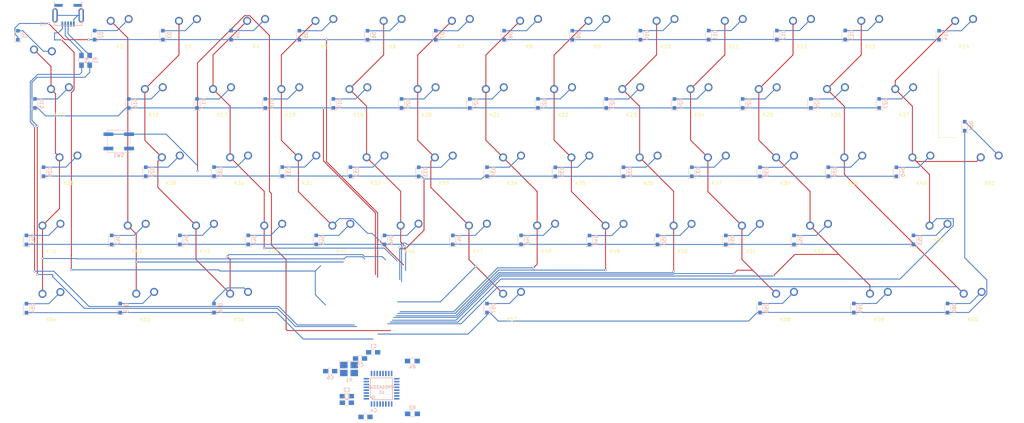
<source format=kicad_pcb>
(kicad_pcb (version 4) (host pcbnew 4.0.6)
  (layers (0 F.Cu signal) (31 B.Cu signal) (34 B.Paste user) (35 F.Paste user) (36 B.SilkS user) (37 F.SilkS user) (38 B.Mask user) (39 F.Mask user) (44 Edge.Cuts user))
  (net 0 "")
  (net 1 VCC)
  (net 2 GND)
  (net 3 "Net-(C6-Pad1)")
  (net 4 /ROW0)
  (net 5 "Net-(D1-Pad2)")
  (net 6 "Net-(D2-Pad2)")
  (net 7 "Net-(D3-Pad2)")
  (net 8 "Net-(D4-Pad2)")
  (net 9 "Net-(D5-Pad2)")
  (net 10 "Net-(D6-Pad2)")
  (net 11 "Net-(D7-Pad2)")
  (net 12 "Net-(D8-Pad2)")
  (net 13 "Net-(D9-Pad2)")
  (net 14 "Net-(D10-Pad2)")
  (net 15 "Net-(D11-Pad2)")
  (net 16 "Net-(D12-Pad2)")
  (net 17 "Net-(D13-Pad2)")
  (net 18 "Net-(D14-Pad2)")
  (net 19 /ROW1)
  (net 20 "Net-(D15-Pad2)")
  (net 21 "Net-(D16-Pad2)")
  (net 22 "Net-(D17-Pad2)")
  (net 23 "Net-(D18-Pad2)")
  (net 24 "Net-(D19-Pad2)")
  (net 25 "Net-(D20-Pad2)")
  (net 26 "Net-(D21-Pad2)")
  (net 27 "Net-(D22-Pad2)")
  (net 28 "Net-(D23-Pad2)")
  (net 29 "Net-(D24-Pad2)")
  (net 30 "Net-(D25-Pad2)")
  (net 31 "Net-(D26-Pad2)")
  (net 32 "Net-(D27-Pad2)")
  (net 33 /ROW2)
  (net 34 "Net-(D28-Pad2)")
  (net 35 "Net-(D29-Pad2)")
  (net 36 "Net-(D30-Pad2)")
  (net 37 "Net-(D31-Pad2)")
  (net 38 "Net-(D32-Pad2)")
  (net 39 "Net-(D33-Pad2)")
  (net 40 "Net-(D34-Pad2)")
  (net 41 "Net-(D35-Pad2)")
  (net 42 "Net-(D36-Pad2)")
  (net 43 "Net-(D37-Pad2)")
  (net 44 "Net-(D38-Pad2)")
  (net 45 "Net-(D39-Pad2)")
  (net 46 "Net-(D40-Pad2)")
  (net 47 /ROW3)
  (net 48 "Net-(D41-Pad2)")
  (net 49 "Net-(D42-Pad2)")
  (net 50 "Net-(D43-Pad2)")
  (net 51 "Net-(D44-Pad2)")
  (net 52 "Net-(D45-Pad2)")
  (net 53 "Net-(D46-Pad2)")
  (net 54 "Net-(D47-Pad2)")
  (net 55 "Net-(D48-Pad2)")
  (net 56 "Net-(D49-Pad2)")
  (net 57 "Net-(D50-Pad2)")
  (net 58 "Net-(D51-Pad2)")
  (net 59 "Net-(D52-Pad2)")
  (net 60 "Net-(D53-Pad2)")
  (net 61 /ROW4)
  (net 62 "Net-(D54-Pad2)")
  (net 63 "Net-(D55-Pad2)")
  (net 64 "Net-(D56-Pad2)")
  (net 65 "Net-(D57-Pad2)")
  (net 66 "Net-(D58-Pad2)")
  (net 67 "Net-(D59-Pad2)")
  (net 68 "Net-(D60-Pad2)")
  (net 69 "Net-(D61-Pad2)")
  (net 70 "Net-(J1-Pad2)")
  (net 71 "Net-(J1-Pad3)")
  (net 72 /COL0)
  (net 73 /COL1)
  (net 74 /COL2)
  (net 75 /COL3)
  (net 76 /COL4)
  (net 77 /COL5)
  (net 78 /COL6)
  (net 79 /COL7)
  (net 80 /COL8)
  (net 81 /COL9)
  (net 82 /COL10)
  (net 83 /COL11)
  (net 84 /COL12)
  (net 85 /COL13)
  (net 86 "Net-(R1-Pad1)")
  (net 87 "Net-(R2-Pad1)")
  (net 88 "Net-(R3-Pad2)")
  (net 89 "Net-(R4-Pad1)")
  (net 90 "Net-(C4-Pad1)")
  (net 91 "Net-(C5-Pad1)")
  (module Capacitors_SMD:C_0805_HandSoldering (layer B.Cu) (at 171.7548 195.6562 180)
    (fp_text reference C1 (at 0 1.75 180) (layer B.SilkS) (effects (justify mirror)))
    (fp_text value 0.1u)
    (pad 1 smd rect (at -1.25 0 180) (size 1.5 1.25) (layers B.Cu B.Paste B.Mask) (net 1 VCC))
    (pad 2 smd rect (at 1.25 0 180) (size 1.5 1.25) (layers B.Cu B.Paste B.Mask) (net 2 GND))
  )
  (module MX_Alps_Hybrid:ALPS-6.5U (layer F.Cu) (at 210.5406 183.2864)
    (fp_text reference K57 (at 0 3.175) (layer F.SilkS))
    (fp_text value space)
    (pad 2 thru_hole circle (at 2.5 -4.5) (size 2.25 2.25) (drill 1.47) (layers *.Cu *.Mask) (net 65 "Net-(D57-Pad2)"))
    (pad 1 thru_hole circle (at -2.5 -4) (size 2.25 2.25) (drill 1.47) (layers *.Cu *.Mask) (net 78 /COL6))
  )
  (module Capacitors_SMD:C_0805_HandSoldering (layer B.Cu) (at 164.4088 207.899 180)
    (fp_text reference C2 (at 0 1.75 180) (layer B.SilkS) (effects (justify mirror)))
    (fp_text value 0.1u)
    (pad 1 smd rect (at -1.25 0 180) (size 1.5 1.25) (layers B.Cu B.Paste B.Mask) (net 1 VCC))
    (pad 2 smd rect (at 1.25 0 180) (size 1.5 1.25) (layers B.Cu B.Paste B.Mask) (net 2 GND))
  )
  (module Capacitors_SMD:C_0805_HandSoldering (layer B.Cu) (at 164.4088 209.7278 180)
    (fp_text reference C3 (at 0 1.75 180) (layer B.SilkS) (effects (justify mirror)))
    (fp_text value 4.7u)
    (pad 1 smd rect (at -1.25 0 180) (size 1.5 1.25) (layers B.Cu B.Paste B.Mask) (net 1 VCC))
    (pad 2 smd rect (at 1.25 0 180) (size 1.5 1.25) (layers B.Cu B.Paste B.Mask) (net 2 GND))
  )
  (module Capacitors_SMD:C_0805_HandSoldering (layer B.Cu) (at 169.6212 213.6902 180)
    (fp_text reference C4 (at -2.2352 1.78816 180) (layer B.SilkS) (effects (justify mirror)))
    (fp_text value 1u)
    (pad 1 smd rect (at -1.25 0 180) (size 1.5 1.25) (layers B.Cu B.Paste B.Mask) (net 90 "Net-(C4-Pad1)"))
    (pad 2 smd rect (at 1.25 0 180) (size 1.5 1.25) (layers B.Cu B.Paste B.Mask) (net 2 GND))
  )
  (module Capacitors_SMD:C_0805_HandSoldering (layer B.Cu) (at 168.0972 197.3834)
    (fp_text reference C5 (at 0 1.75) (layer B.SilkS) (effects (justify mirror)))
    (fp_text value 22p)
    (pad 1 smd rect (at -1.25 0) (size 1.5 1.25) (layers B.Cu B.Paste B.Mask) (net 91 "Net-(C5-Pad1)"))
    (pad 2 smd rect (at 1.25 0) (size 1.5 1.25) (layers B.Cu B.Paste B.Mask) (net 2 GND))
  )
  (module Capacitors_SMD:C_0805_HandSoldering (layer B.Cu) (at 159.766 200.914)
    (fp_text reference C6 (at 0 1.75) (layer B.SilkS) (effects (justify mirror)))
    (fp_text value 22p)
    (pad 1 smd rect (at -1.25 0) (size 1.5 1.25) (layers B.Cu B.Paste B.Mask) (net 3 "Net-(C6-Pad1)"))
    (pad 2 smd rect (at 1.25 0) (size 1.5 1.25) (layers B.Cu B.Paste B.Mask) (net 2 GND))
  )
  (module Diodes_SMD:D_SOD-323_HandSoldering (layer B.Cu) (at 72.5551 107.1245 90)
    (fp_text reference D1 (at 0 1.85 90) (layer B.SilkS) (effects (justify mirror)))
    (fp_text value D)
    (pad 1 smd rect (at -1.25 0 90) (size 1 1) (layers B.Cu B.Paste B.Mask) (net 4 /ROW0))
    (pad 2 smd rect (at 1.25 0 90) (size 1 1) (layers B.Cu B.Paste B.Mask) (net 5 "Net-(D1-Pad2)"))
  )
  (module Diodes_SMD:D_SOD-323_HandSoldering (layer B.Cu) (at 94.0054 107.0864 90)
    (fp_text reference D2 (at 0 1.85 90) (layer B.SilkS) (effects (justify mirror)))
    (fp_text value D)
    (pad 1 smd rect (at -1.25 0 90) (size 1 1) (layers B.Cu B.Paste B.Mask) (net 4 /ROW0))
    (pad 2 smd rect (at 1.25 0 90) (size 1 1) (layers B.Cu B.Paste B.Mask) (net 6 "Net-(D2-Pad2)"))
  )
  (module Diodes_SMD:D_SOD-323_HandSoldering (layer B.Cu) (at 113.0427 107.0991 90)
    (fp_text reference D3 (at 0 1.85 90) (layer B.SilkS) (effects (justify mirror)))
    (fp_text value D)
    (pad 1 smd rect (at -1.25 0 90) (size 1 1) (layers B.Cu B.Paste B.Mask) (net 4 /ROW0))
    (pad 2 smd rect (at 1.25 0 90) (size 1 1) (layers B.Cu B.Paste B.Mask) (net 7 "Net-(D3-Pad2)"))
  )
  (module Diodes_SMD:D_SOD-323_HandSoldering (layer B.Cu) (at 132.08 107.0864 90)
    (fp_text reference D4 (at 0 1.85 90) (layer B.SilkS) (effects (justify mirror)))
    (fp_text value D)
    (pad 1 smd rect (at -1.25 0 90) (size 1 1) (layers B.Cu B.Paste B.Mask) (net 4 /ROW0))
    (pad 2 smd rect (at 1.25 0 90) (size 1 1) (layers B.Cu B.Paste B.Mask) (net 8 "Net-(D4-Pad2)"))
  )
  (module Diodes_SMD:D_SOD-323_HandSoldering (layer B.Cu) (at 151.1427 107.1118 90)
    (fp_text reference D5 (at 0 1.85 90) (layer B.SilkS) (effects (justify mirror)))
    (fp_text value D)
    (pad 1 smd rect (at -1.25 0 90) (size 1 1) (layers B.Cu B.Paste B.Mask) (net 4 /ROW0))
    (pad 2 smd rect (at 1.25 0 90) (size 1 1) (layers B.Cu B.Paste B.Mask) (net 9 "Net-(D5-Pad2)"))
  )
  (module Diodes_SMD:D_SOD-323_HandSoldering (layer B.Cu) (at 170.18 107.1245 90)
    (fp_text reference D6 (at 0 1.85 90) (layer B.SilkS) (effects (justify mirror)))
    (fp_text value D)
    (pad 1 smd rect (at -1.25 0 90) (size 1 1) (layers B.Cu B.Paste B.Mask) (net 4 /ROW0))
    (pad 2 smd rect (at 1.25 0 90) (size 1 1) (layers B.Cu B.Paste B.Mask) (net 10 "Net-(D6-Pad2)"))
  )
  (module Diodes_SMD:D_SOD-323_HandSoldering (layer B.Cu) (at 189.2427 107.1118 90)
    (fp_text reference D7 (at 0 1.85 90) (layer B.SilkS) (effects (justify mirror)))
    (fp_text value D)
    (pad 1 smd rect (at -1.25 0 90) (size 1 1) (layers B.Cu B.Paste B.Mask) (net 4 /ROW0))
    (pad 2 smd rect (at 1.25 0 90) (size 1 1) (layers B.Cu B.Paste B.Mask) (net 11 "Net-(D7-Pad2)"))
  )
  (module Diodes_SMD:D_SOD-323_HandSoldering (layer B.Cu) (at 208.3054 107.1118 90)
    (fp_text reference D8 (at 0 1.85 90) (layer B.SilkS) (effects (justify mirror)))
    (fp_text value D)
    (pad 1 smd rect (at -1.25 0 90) (size 1 1) (layers B.Cu B.Paste B.Mask) (net 4 /ROW0))
    (pad 2 smd rect (at 1.25 0 90) (size 1 1) (layers B.Cu B.Paste B.Mask) (net 12 "Net-(D8-Pad2)"))
  )
  (module Diodes_SMD:D_SOD-323_HandSoldering (layer B.Cu) (at 227.3554 107.1118 90)
    (fp_text reference D9 (at 0 1.85 90) (layer B.SilkS) (effects (justify mirror)))
    (fp_text value D)
    (pad 1 smd rect (at -1.25 0 90) (size 1 1) (layers B.Cu B.Paste B.Mask) (net 4 /ROW0))
    (pad 2 smd rect (at 1.25 0 90) (size 1 1) (layers B.Cu B.Paste B.Mask) (net 13 "Net-(D9-Pad2)"))
  )
  (module Diodes_SMD:D_SOD-323_HandSoldering (layer B.Cu) (at 246.3673 107.0864 90)
    (fp_text reference D10 (at 0 1.85 90) (layer B.SilkS) (effects (justify mirror)))
    (fp_text value D)
    (pad 1 smd rect (at -1.25 0 90) (size 1 1) (layers B.Cu B.Paste B.Mask) (net 4 /ROW0))
    (pad 2 smd rect (at 1.25 0 90) (size 1 1) (layers B.Cu B.Paste B.Mask) (net 14 "Net-(D10-Pad2)"))
  )
  (module Diodes_SMD:D_SOD-323_HandSoldering (layer B.Cu) (at 265.43 107.0737 90)
    (fp_text reference D11 (at 0 1.85 90) (layer B.SilkS) (effects (justify mirror)))
    (fp_text value D)
    (pad 1 smd rect (at -1.25 0 90) (size 1 1) (layers B.Cu B.Paste B.Mask) (net 4 /ROW0))
    (pad 2 smd rect (at 1.25 0 90) (size 1 1) (layers B.Cu B.Paste B.Mask) (net 15 "Net-(D11-Pad2)"))
  )
  (module Diodes_SMD:D_SOD-323_HandSoldering (layer B.Cu) (at 284.48 107.0737 90)
    (fp_text reference D12 (at 0 1.85 90) (layer B.SilkS) (effects (justify mirror)))
    (fp_text value D)
    (pad 1 smd rect (at -1.25 0 90) (size 1 1) (layers B.Cu B.Paste B.Mask) (net 4 /ROW0))
    (pad 2 smd rect (at 1.25 0 90) (size 1 1) (layers B.Cu B.Paste B.Mask) (net 16 "Net-(D12-Pad2)"))
  )
  (module Diodes_SMD:D_SOD-323_HandSoldering (layer B.Cu) (at 303.5427 107.061 90)
    (fp_text reference D13 (at 0 1.85 90) (layer B.SilkS) (effects (justify mirror)))
    (fp_text value D)
    (pad 1 smd rect (at -1.25 0 90) (size 1 1) (layers B.Cu B.Paste B.Mask) (net 4 /ROW0))
    (pad 2 smd rect (at 1.25 0 90) (size 1 1) (layers B.Cu B.Paste B.Mask) (net 17 "Net-(D13-Pad2)"))
  )
  (module Diodes_SMD:D_SOD-323_HandSoldering (layer B.Cu) (at 329.7555 107.1245 90)
    (fp_text reference D14 (at 0 1.85 90) (layer B.SilkS) (effects (justify mirror)))
    (fp_text value D)
    (pad 1 smd rect (at -1.25 0 90) (size 1 1) (layers B.Cu B.Paste B.Mask) (net 4 /ROW0))
    (pad 2 smd rect (at 1.25 0 90) (size 1 1) (layers B.Cu B.Paste B.Mask) (net 18 "Net-(D14-Pad2)"))
  )
  (module Diodes_SMD:D_SOD-323_HandSoldering (layer B.Cu) (at 77.3176 126.1618 90)
    (fp_text reference D15 (at 0 1.85 90) (layer B.SilkS) (effects (justify mirror)))
    (fp_text value D)
    (pad 1 smd rect (at -1.25 0 90) (size 1 1) (layers B.Cu B.Paste B.Mask) (net 19 /ROW1))
    (pad 2 smd rect (at 1.25 0 90) (size 1 1) (layers B.Cu B.Paste B.Mask) (net 20 "Net-(D15-Pad2)"))
  )
  (module Diodes_SMD:D_SOD-323_HandSoldering (layer B.Cu) (at 103.505 126.1745 90)
    (fp_text reference D16 (at 0 1.85 90) (layer B.SilkS) (effects (justify mirror)))
    (fp_text value D)
    (pad 1 smd rect (at -1.25 0 90) (size 1 1) (layers B.Cu B.Paste B.Mask) (net 19 /ROW1))
    (pad 2 smd rect (at 1.25 0 90) (size 1 1) (layers B.Cu B.Paste B.Mask) (net 21 "Net-(D16-Pad2)"))
  )
  (module Diodes_SMD:D_SOD-323_HandSoldering (layer B.Cu) (at 122.5677 126.1618 90)
    (fp_text reference D17 (at 0 1.85 90) (layer B.SilkS) (effects (justify mirror)))
    (fp_text value D)
    (pad 1 smd rect (at -1.25 0 90) (size 1 1) (layers B.Cu B.Paste B.Mask) (net 19 /ROW1))
    (pad 2 smd rect (at 1.25 0 90) (size 1 1) (layers B.Cu B.Paste B.Mask) (net 22 "Net-(D17-Pad2)"))
  )
  (module Diodes_SMD:D_SOD-323_HandSoldering (layer B.Cu) (at 141.6304 126.1618 90)
    (fp_text reference D18 (at 0 1.85 90) (layer B.SilkS) (effects (justify mirror)))
    (fp_text value D)
    (pad 1 smd rect (at -1.25 0 90) (size 1 1) (layers B.Cu B.Paste B.Mask) (net 19 /ROW1))
    (pad 2 smd rect (at 1.25 0 90) (size 1 1) (layers B.Cu B.Paste B.Mask) (net 23 "Net-(D18-Pad2)"))
  )
  (module Diodes_SMD:D_SOD-323_HandSoldering (layer B.Cu) (at 160.6296 126.1491 90)
    (fp_text reference D19 (at 0 1.85 90) (layer B.SilkS) (effects (justify mirror)))
    (fp_text value D)
    (pad 1 smd rect (at -1.25 0 90) (size 1 1) (layers B.Cu B.Paste B.Mask) (net 19 /ROW1))
    (pad 2 smd rect (at 1.25 0 90) (size 1 1) (layers B.Cu B.Paste B.Mask) (net 24 "Net-(D19-Pad2)"))
  )
  (module Diodes_SMD:D_SOD-323_HandSoldering (layer B.Cu) (at 179.6923 126.1618 90)
    (fp_text reference D20 (at 0 1.85 90) (layer B.SilkS) (effects (justify mirror)))
    (fp_text value D)
    (pad 1 smd rect (at -1.25 0 90) (size 1 1) (layers B.Cu B.Paste B.Mask) (net 19 /ROW1))
    (pad 2 smd rect (at 1.25 0 90) (size 1 1) (layers B.Cu B.Paste B.Mask) (net 25 "Net-(D20-Pad2)"))
  )
  (module Diodes_SMD:D_SOD-323_HandSoldering (layer B.Cu) (at 198.7423 126.1745 90)
    (fp_text reference D21 (at 0 1.85 90) (layer B.SilkS) (effects (justify mirror)))
    (fp_text value D)
    (pad 1 smd rect (at -1.25 0 90) (size 1 1) (layers B.Cu B.Paste B.Mask) (net 19 /ROW1))
    (pad 2 smd rect (at 1.25 0 90) (size 1 1) (layers B.Cu B.Paste B.Mask) (net 26 "Net-(D21-Pad2)"))
  )
  (module Diodes_SMD:D_SOD-323_HandSoldering (layer B.Cu) (at 217.7796 126.1364 90)
    (fp_text reference D22 (at 0 1.85 90) (layer B.SilkS) (effects (justify mirror)))
    (fp_text value D)
    (pad 1 smd rect (at -1.25 0 90) (size 1 1) (layers B.Cu B.Paste B.Mask) (net 19 /ROW1))
    (pad 2 smd rect (at 1.25 0 90) (size 1 1) (layers B.Cu B.Paste B.Mask) (net 27 "Net-(D22-Pad2)"))
  )
  (module Diodes_SMD:D_SOD-323_HandSoldering (layer B.Cu) (at 236.8296 126.1618 90)
    (fp_text reference D23 (at 0 1.85 90) (layer B.SilkS) (effects (justify mirror)))
    (fp_text value D)
    (pad 1 smd rect (at -1.25 0 90) (size 1 1) (layers B.Cu B.Paste B.Mask) (net 19 /ROW1))
    (pad 2 smd rect (at 1.25 0 90) (size 1 1) (layers B.Cu B.Paste B.Mask) (net 28 "Net-(D23-Pad2)"))
  )
  (module Diodes_SMD:D_SOD-323_HandSoldering (layer B.Cu) (at 255.8669 126.1618 90)
    (fp_text reference D24 (at 0 1.85 90) (layer B.SilkS) (effects (justify mirror)))
    (fp_text value D)
    (pad 1 smd rect (at -1.25 0 90) (size 1 1) (layers B.Cu B.Paste B.Mask) (net 19 /ROW1))
    (pad 2 smd rect (at 1.25 0 90) (size 1 1) (layers B.Cu B.Paste B.Mask) (net 29 "Net-(D24-Pad2)"))
  )
  (module Diodes_SMD:D_SOD-323_HandSoldering (layer B.Cu) (at 274.9296 126.1618 90)
    (fp_text reference D25 (at 0 1.85 90) (layer B.SilkS) (effects (justify mirror)))
    (fp_text value D)
    (pad 1 smd rect (at -1.25 0 90) (size 1 1) (layers B.Cu B.Paste B.Mask) (net 19 /ROW1))
    (pad 2 smd rect (at 1.25 0 90) (size 1 1) (layers B.Cu B.Paste B.Mask) (net 30 "Net-(D25-Pad2)"))
  )
  (module Diodes_SMD:D_SOD-323_HandSoldering (layer B.Cu) (at 293.9669 126.1618 90)
    (fp_text reference D26 (at 0 1.85 90) (layer B.SilkS) (effects (justify mirror)))
    (fp_text value D)
    (pad 1 smd rect (at -1.25 0 90) (size 1 1) (layers B.Cu B.Paste B.Mask) (net 19 /ROW1))
    (pad 2 smd rect (at 1.25 0 90) (size 1 1) (layers B.Cu B.Paste B.Mask) (net 31 "Net-(D26-Pad2)"))
  )
  (module Diodes_SMD:D_SOD-323_HandSoldering (layer B.Cu) (at 313.0296 126.1491 90)
    (fp_text reference D27 (at 0 1.85 90) (layer B.SilkS) (effects (justify mirror)))
    (fp_text value D)
    (pad 1 smd rect (at -1.25 0 90) (size 1 1) (layers B.Cu B.Paste B.Mask) (net 19 /ROW1))
    (pad 2 smd rect (at 1.25 0 90) (size 1 1) (layers B.Cu B.Paste B.Mask) (net 32 "Net-(D27-Pad2)"))
  )
  (module Diodes_SMD:D_SOD-323_HandSoldering (layer B.Cu) (at 79.7179 145.2118 90)
    (fp_text reference D28 (at 0 1.85 90) (layer B.SilkS) (effects (justify mirror)))
    (fp_text value D)
    (pad 1 smd rect (at -1.25 0 90) (size 1 1) (layers B.Cu B.Paste B.Mask) (net 33 /ROW2))
    (pad 2 smd rect (at 1.25 0 90) (size 1 1) (layers B.Cu B.Paste B.Mask) (net 34 "Net-(D28-Pad2)"))
  )
  (module Diodes_SMD:D_SOD-323_HandSoldering (layer B.Cu) (at 108.2675 145.2118 90)
    (fp_text reference D29 (at 0 1.85 90) (layer B.SilkS) (effects (justify mirror)))
    (fp_text value D)
    (pad 1 smd rect (at -1.25 0 90) (size 1 1) (layers B.Cu B.Paste B.Mask) (net 33 /ROW2))
    (pad 2 smd rect (at 1.25 0 90) (size 1 1) (layers B.Cu B.Paste B.Mask) (net 35 "Net-(D29-Pad2)"))
  )
  (module Diodes_SMD:D_SOD-323_HandSoldering (layer B.Cu) (at 127.3302 145.1864 90)
    (fp_text reference D30 (at 0 1.85 90) (layer B.SilkS) (effects (justify mirror)))
    (fp_text value D)
    (pad 1 smd rect (at -1.25 0 90) (size 1 1) (layers B.Cu B.Paste B.Mask) (net 33 /ROW2))
    (pad 2 smd rect (at 1.25 0 90) (size 1 1) (layers B.Cu B.Paste B.Mask) (net 36 "Net-(D30-Pad2)"))
  )
  (module Diodes_SMD:D_SOD-323_HandSoldering (layer B.Cu) (at 146.3802 145.1864 90)
    (fp_text reference D31 (at 0 1.85 90) (layer B.SilkS) (effects (justify mirror)))
    (fp_text value D)
    (pad 1 smd rect (at -1.25 0 90) (size 1 1) (layers B.Cu B.Paste B.Mask) (net 33 /ROW2))
    (pad 2 smd rect (at 1.25 0 90) (size 1 1) (layers B.Cu B.Paste B.Mask) (net 37 "Net-(D31-Pad2)"))
  )
  (module Diodes_SMD:D_SOD-323_HandSoldering (layer B.Cu) (at 165.4175 145.2118 90)
    (fp_text reference D32 (at 0 1.85 90) (layer B.SilkS) (effects (justify mirror)))
    (fp_text value D)
    (pad 1 smd rect (at -1.25 0 90) (size 1 1) (layers B.Cu B.Paste B.Mask) (net 33 /ROW2))
    (pad 2 smd rect (at 1.25 0 90) (size 1 1) (layers B.Cu B.Paste B.Mask) (net 38 "Net-(D32-Pad2)"))
  )
  (module Diodes_SMD:D_SOD-323_HandSoldering (layer B.Cu) (at 184.4802 145.2499 90)
    (fp_text reference D33 (at 0 1.85 90) (layer B.SilkS) (effects (justify mirror)))
    (fp_text value D)
    (pad 1 smd rect (at -1.25 0 90) (size 1 1) (layers B.Cu B.Paste B.Mask) (net 33 /ROW2))
    (pad 2 smd rect (at 1.25 0 90) (size 1 1) (layers B.Cu B.Paste B.Mask) (net 39 "Net-(D33-Pad2)"))
  )
  (module Diodes_SMD:D_SOD-323_HandSoldering (layer B.Cu) (at 203.5429 145.2245 90)
    (fp_text reference D34 (at 0 1.85 90) (layer B.SilkS) (effects (justify mirror)))
    (fp_text value D)
    (pad 1 smd rect (at -1.25 0 90) (size 1 1) (layers B.Cu B.Paste B.Mask) (net 33 /ROW2))
    (pad 2 smd rect (at 1.25 0 90) (size 1 1) (layers B.Cu B.Paste B.Mask) (net 40 "Net-(D34-Pad2)"))
  )
  (module Diodes_SMD:D_SOD-323_HandSoldering (layer B.Cu) (at 222.6056 145.2499 90)
    (fp_text reference D35 (at 0 1.85 90) (layer B.SilkS) (effects (justify mirror)))
    (fp_text value D)
    (pad 1 smd rect (at -1.25 0 90) (size 1 1) (layers B.Cu B.Paste B.Mask) (net 33 /ROW2))
    (pad 2 smd rect (at 1.25 0 90) (size 1 1) (layers B.Cu B.Paste B.Mask) (net 41 "Net-(D35-Pad2)"))
  )
  (module Diodes_SMD:D_SOD-323_HandSoldering (layer B.Cu) (at 241.6429 145.2245 90)
    (fp_text reference D36 (at 0 1.85 90) (layer B.SilkS) (effects (justify mirror)))
    (fp_text value D)
    (pad 1 smd rect (at -1.25 0 90) (size 1 1) (layers B.Cu B.Paste B.Mask) (net 33 /ROW2))
    (pad 2 smd rect (at 1.25 0 90) (size 1 1) (layers B.Cu B.Paste B.Mask) (net 42 "Net-(D36-Pad2)"))
  )
  (module Diodes_SMD:D_SOD-323_HandSoldering (layer B.Cu) (at 260.731 145.2245 90)
    (fp_text reference D37 (at 0 1.85 90) (layer B.SilkS) (effects (justify mirror)))
    (fp_text value D)
    (pad 1 smd rect (at -1.25 0 90) (size 1 1) (layers B.Cu B.Paste B.Mask) (net 33 /ROW2))
    (pad 2 smd rect (at 1.25 0 90) (size 1 1) (layers B.Cu B.Paste B.Mask) (net 43 "Net-(D37-Pad2)"))
  )
  (module Diodes_SMD:D_SOD-323_HandSoldering (layer B.Cu) (at 279.7683 145.2499 90)
    (fp_text reference D38 (at 0 1.85 90) (layer B.SilkS) (effects (justify mirror)))
    (fp_text value D)
    (pad 1 smd rect (at -1.25 0 90) (size 1 1) (layers B.Cu B.Paste B.Mask) (net 33 /ROW2))
    (pad 2 smd rect (at 1.25 0 90) (size 1 1) (layers B.Cu B.Paste B.Mask) (net 44 "Net-(D38-Pad2)"))
  )
  (module Diodes_SMD:D_SOD-323_HandSoldering (layer B.Cu) (at 298.831 145.2245 90)
    (fp_text reference D39 (at 0 1.85 90) (layer B.SilkS) (effects (justify mirror)))
    (fp_text value D)
    (pad 1 smd rect (at -1.25 0 90) (size 1 1) (layers B.Cu B.Paste B.Mask) (net 33 /ROW2))
    (pad 2 smd rect (at 1.25 0 90) (size 1 1) (layers B.Cu B.Paste B.Mask) (net 45 "Net-(D39-Pad2)"))
  )
  (module Diodes_SMD:D_SOD-323_HandSoldering (layer B.Cu) (at 317.8302 145.2499 90)
    (fp_text reference D40 (at 0 1.85 90) (layer B.SilkS) (effects (justify mirror)))
    (fp_text value D)
    (pad 1 smd rect (at -1.25 0 90) (size 1 1) (layers B.Cu B.Paste B.Mask) (net 33 /ROW2))
    (pad 2 smd rect (at 1.25 0 90) (size 1 1) (layers B.Cu B.Paste B.Mask) (net 46 "Net-(D40-Pad2)"))
  )
  (module Diodes_SMD:D_SOD-323_HandSoldering (layer B.Cu) (at 74.93 164.2618 90)
    (fp_text reference D41 (at 0 1.85 90) (layer B.SilkS) (effects (justify mirror)))
    (fp_text value D)
    (pad 1 smd rect (at -1.25 0 90) (size 1 1) (layers B.Cu B.Paste B.Mask) (net 47 /ROW3))
    (pad 2 smd rect (at 1.25 0 90) (size 1 1) (layers B.Cu B.Paste B.Mask) (net 48 "Net-(D41-Pad2)"))
  )
  (module Diodes_SMD:D_SOD-323_HandSoldering (layer B.Cu) (at 98.7552 164.2618 90)
    (fp_text reference D42 (at 0 1.85 90) (layer B.SilkS) (effects (justify mirror)))
    (fp_text value D)
    (pad 1 smd rect (at -1.25 0 90) (size 1 1) (layers B.Cu B.Paste B.Mask) (net 47 /ROW3))
    (pad 2 smd rect (at 1.25 0 90) (size 1 1) (layers B.Cu B.Paste B.Mask) (net 49 "Net-(D42-Pad2)"))
  )
  (module Diodes_SMD:D_SOD-323_HandSoldering (layer B.Cu) (at 117.7925 164.2491 90)
    (fp_text reference D43 (at 0 1.85 90) (layer B.SilkS) (effects (justify mirror)))
    (fp_text value D)
    (pad 1 smd rect (at -1.25 0 90) (size 1 1) (layers B.Cu B.Paste B.Mask) (net 47 /ROW3))
    (pad 2 smd rect (at 1.25 0 90) (size 1 1) (layers B.Cu B.Paste B.Mask) (net 50 "Net-(D43-Pad2)"))
  )
  (module Diodes_SMD:D_SOD-323_HandSoldering (layer B.Cu) (at 136.8552 164.2491 90)
    (fp_text reference D44 (at 0 1.85 90) (layer B.SilkS) (effects (justify mirror)))
    (fp_text value D)
    (pad 1 smd rect (at -1.25 0 90) (size 1 1) (layers B.Cu B.Paste B.Mask) (net 47 /ROW3))
    (pad 2 smd rect (at 1.25 0 90) (size 1 1) (layers B.Cu B.Paste B.Mask) (net 51 "Net-(D44-Pad2)"))
  )
  (module Diodes_SMD:D_SOD-323_HandSoldering (layer B.Cu) (at 155.8544 164.2618 90)
    (fp_text reference D45 (at 0 1.85 90) (layer B.SilkS) (effects (justify mirror)))
    (fp_text value D)
    (pad 1 smd rect (at -1.25 0 90) (size 1 1) (layers B.Cu B.Paste B.Mask) (net 47 /ROW3))
    (pad 2 smd rect (at 1.25 0 90) (size 1 1) (layers B.Cu B.Paste B.Mask) (net 52 "Net-(D45-Pad2)"))
  )
  (module Diodes_SMD:D_SOD-323_HandSoldering (layer B.Cu) (at 174.9298 164.2618 90)
    (fp_text reference D46 (at 0 1.85 90) (layer B.SilkS) (effects (justify mirror)))
    (fp_text value D)
    (pad 1 smd rect (at -1.25 0 90) (size 1 1) (layers B.Cu B.Paste B.Mask) (net 47 /ROW3))
    (pad 2 smd rect (at 1.25 0 90) (size 1 1) (layers B.Cu B.Paste B.Mask) (net 53 "Net-(D46-Pad2)"))
  )
  (module Diodes_SMD:D_SOD-323_HandSoldering (layer B.Cu) (at 193.9925 164.2618 90)
    (fp_text reference D47 (at 0 1.85 90) (layer B.SilkS) (effects (justify mirror)))
    (fp_text value D)
    (pad 1 smd rect (at -1.25 0 90) (size 1 1) (layers B.Cu B.Paste B.Mask) (net 47 /ROW3))
    (pad 2 smd rect (at 1.25 0 90) (size 1 1) (layers B.Cu B.Paste B.Mask) (net 54 "Net-(D47-Pad2)"))
  )
  (module Diodes_SMD:D_SOD-323_HandSoldering (layer B.Cu) (at 213.0552 164.2491 90)
    (fp_text reference D48 (at 0 1.85 90) (layer B.SilkS) (effects (justify mirror)))
    (fp_text value D)
    (pad 1 smd rect (at -1.25 0 90) (size 1 1) (layers B.Cu B.Paste B.Mask) (net 47 /ROW3))
    (pad 2 smd rect (at 1.25 0 90) (size 1 1) (layers B.Cu B.Paste B.Mask) (net 55 "Net-(D48-Pad2)"))
  )
  (module Diodes_SMD:D_SOD-323_HandSoldering (layer B.Cu) (at 232.156 164.3126 90)
    (fp_text reference D49 (at 0 1.85 90) (layer B.SilkS) (effects (justify mirror)))
    (fp_text value D)
    (pad 1 smd rect (at -1.25 0 90) (size 1 1) (layers B.Cu B.Paste B.Mask) (net 47 /ROW3))
    (pad 2 smd rect (at 1.25 0 90) (size 1 1) (layers B.Cu B.Paste B.Mask) (net 56 "Net-(D49-Pad2)"))
  )
  (module Diodes_SMD:D_SOD-323_HandSoldering (layer B.Cu) (at 251.1552 164.2618 90)
    (fp_text reference D50 (at 0 1.85 90) (layer B.SilkS) (effects (justify mirror)))
    (fp_text value D)
    (pad 1 smd rect (at -1.25 0 90) (size 1 1) (layers B.Cu B.Paste B.Mask) (net 47 /ROW3))
    (pad 2 smd rect (at 1.25 0 90) (size 1 1) (layers B.Cu B.Paste B.Mask) (net 57 "Net-(D50-Pad2)"))
  )
  (module Diodes_SMD:D_SOD-323_HandSoldering (layer B.Cu) (at 270.2179 164.2872 90)
    (fp_text reference D51 (at 0 1.85 90) (layer B.SilkS) (effects (justify mirror)))
    (fp_text value D)
    (pad 1 smd rect (at -1.25 0 90) (size 1 1) (layers B.Cu B.Paste B.Mask) (net 47 /ROW3))
    (pad 2 smd rect (at 1.25 0 90) (size 1 1) (layers B.Cu B.Paste B.Mask) (net 58 "Net-(D51-Pad2)"))
  )
  (module Diodes_SMD:D_SOD-323_HandSoldering (layer B.Cu) (at 289.2552 164.2745 90)
    (fp_text reference D52 (at 0 1.85 90) (layer B.SilkS) (effects (justify mirror)))
    (fp_text value D)
    (pad 1 smd rect (at -1.25 0 90) (size 1 1) (layers B.Cu B.Paste B.Mask) (net 47 /ROW3))
    (pad 2 smd rect (at 1.25 0 90) (size 1 1) (layers B.Cu B.Paste B.Mask) (net 59 "Net-(D52-Pad2)"))
  )
  (module Diodes_SMD:D_SOD-323_HandSoldering (layer B.Cu) (at 322.6054 164.2618 90)
    (fp_text reference D53 (at 0 1.85 90) (layer B.SilkS) (effects (justify mirror)))
    (fp_text value D)
    (pad 1 smd rect (at -1.25 0 90) (size 1 1) (layers B.Cu B.Paste B.Mask) (net 47 /ROW3))
    (pad 2 smd rect (at 1.25 0 90) (size 1 1) (layers B.Cu B.Paste B.Mask) (net 60 "Net-(D53-Pad2)"))
  )
  (module Diodes_SMD:D_SOD-323_HandSoldering (layer B.Cu) (at 74.9427 183.3245 90)
    (fp_text reference D54 (at 0 1.85 90) (layer B.SilkS) (effects (justify mirror)))
    (fp_text value D)
    (pad 1 smd rect (at -1.25 0 90) (size 1 1) (layers B.Cu B.Paste B.Mask) (net 61 /ROW4))
    (pad 2 smd rect (at 1.25 0 90) (size 1 1) (layers B.Cu B.Paste B.Mask) (net 62 "Net-(D54-Pad2)"))
  )
  (module Diodes_SMD:D_SOD-323_HandSoldering (layer B.Cu) (at 101.1174 183.2864 90)
    (fp_text reference D55 (at 0 1.85 90) (layer B.SilkS) (effects (justify mirror)))
    (fp_text value D)
    (pad 1 smd rect (at -1.25 0 90) (size 1 1) (layers B.Cu B.Paste B.Mask) (net 61 /ROW4))
    (pad 2 smd rect (at 1.25 0 90) (size 1 1) (layers B.Cu B.Paste B.Mask) (net 63 "Net-(D55-Pad2)"))
  )
  (module Diodes_SMD:D_SOD-323_HandSoldering (layer B.Cu) (at 127.3175 183.2864 90)
    (fp_text reference D56 (at 0 1.85 90) (layer B.SilkS) (effects (justify mirror)))
    (fp_text value D)
    (pad 1 smd rect (at -1.25 0 90) (size 1 1) (layers B.Cu B.Paste B.Mask) (net 61 /ROW4))
    (pad 2 smd rect (at 1.25 0 90) (size 1 1) (layers B.Cu B.Paste B.Mask) (net 64 "Net-(D56-Pad2)"))
  )
  (module Diodes_SMD:D_SOD-323_HandSoldering (layer B.Cu) (at 203.5429 183.2864 90)
    (fp_text reference D57 (at 0 1.85 90) (layer B.SilkS) (effects (justify mirror)))
    (fp_text value D)
    (pad 1 smd rect (at -1.25 0 90) (size 1 1) (layers B.Cu B.Paste B.Mask) (net 61 /ROW4))
    (pad 2 smd rect (at 1.25 0 90) (size 1 1) (layers B.Cu B.Paste B.Mask) (net 65 "Net-(D57-Pad2)"))
  )
  (module Diodes_SMD:D_SOD-323_HandSoldering (layer B.Cu) (at 279.7683 183.261 90)
    (fp_text reference D58 (at 0 1.85 90) (layer B.SilkS) (effects (justify mirror)))
    (fp_text value D)
    (pad 1 smd rect (at -1.25 0 90) (size 1 1) (layers B.Cu B.Paste B.Mask) (net 61 /ROW4))
    (pad 2 smd rect (at 1.25 0 90) (size 1 1) (layers B.Cu B.Paste B.Mask) (net 66 "Net-(D58-Pad2)"))
  )
  (module Diodes_SMD:D_SOD-323_HandSoldering (layer B.Cu) (at 305.9557 183.2737 90)
    (fp_text reference D59 (at 0 1.85 90) (layer B.SilkS) (effects (justify mirror)))
    (fp_text value D)
    (pad 1 smd rect (at -1.25 0 90) (size 1 1) (layers B.Cu B.Paste B.Mask) (net 61 /ROW4))
    (pad 2 smd rect (at 1.25 0 90) (size 1 1) (layers B.Cu B.Paste B.Mask) (net 67 "Net-(D59-Pad2)"))
  )
  (module Diodes_SMD:D_SOD-323_HandSoldering (layer B.Cu) (at 332.1304 183.2864 90)
    (fp_text reference D60 (at 0 1.85 90) (layer B.SilkS) (effects (justify mirror)))
    (fp_text value D)
    (pad 1 smd rect (at -1.25 0 90) (size 1 1) (layers B.Cu B.Paste B.Mask) (net 61 /ROW4))
    (pad 2 smd rect (at 1.25 0 90) (size 1 1) (layers B.Cu B.Paste B.Mask) (net 68 "Net-(D60-Pad2)"))
  )
  (module Diodes_SMD:D_SOD-323_HandSoldering (layer B.Cu) (at 336.9183 132.5118 90)
    (fp_text reference D61 (at 0 1.85 90) (layer B.SilkS) (effects (justify mirror)))
    (fp_text value D)
    (pad 1 smd rect (at -1.25 0 90) (size 1 1) (layers B.Cu B.Paste B.Mask) (net 61 /ROW4))
    (pad 2 smd rect (at 1.25 0 90) (size 1 1) (layers B.Cu B.Paste B.Mask) (net 69 "Net-(D61-Pad2)"))
  )
  (module MX_Alps_Hybrid:ALPS-1.25U (layer B.Cu) (at 79.5528 107.1118)
    (fp_text reference K1 (at 0 -3.175) (layer B.SilkS) (effects (justify mirror)))
    (fp_text value ESC)
    (pad 2 thru_hole circle (at 2.5 4.5) (size 2.25 2.25) (drill 1.47) (layers *.Cu *.Mask) (net 5 "Net-(D1-Pad2)"))
    (pad 1 thru_hole circle (at -2.5 4) (size 2.25 2.25) (drill 1.47) (layers *.Cu *.Mask) (net 72 /COL0))
  )
  (module MX_Alps_Hybrid:ALPS-1U (layer F.Cu) (at 100.9904 107.1111)
    (fp_text reference K2 (at 0 3.175) (layer F.SilkS))
    (fp_text value 1)
    (pad 2 thru_hole circle (at 2.5 -4.5) (size 2.25 2.25) (drill 1.47) (layers *.Cu *.Mask) (net 6 "Net-(D2-Pad2)"))
    (pad 1 thru_hole circle (at -2.5 -4) (size 2.25 2.25) (drill 1.47) (layers *.Cu *.Mask) (net 73 /COL1))
  )
  (module MX_Alps_Hybrid:ALPS-1U (layer F.Cu) (at 120.0404 107.1118)
    (fp_text reference K3 (at 0 3.175) (layer F.SilkS))
    (fp_text value KEYSW)
    (pad 2 thru_hole circle (at 2.5 -4.5) (size 2.25 2.25) (drill 1.47) (layers *.Cu *.Mask) (net 7 "Net-(D3-Pad2)"))
    (pad 1 thru_hole circle (at -2.5 -4) (size 2.25 2.25) (drill 1.47) (layers *.Cu *.Mask) (net 74 /COL2))
  )
  (module MX_Alps_Hybrid:ALPS-1U (layer F.Cu) (at 139.0777 107.1125)
    (fp_text reference K4 (at 0 3.175) (layer F.SilkS))
    (fp_text value KEYSW)
    (pad 2 thru_hole circle (at 2.5 -4.5) (size 2.25 2.25) (drill 1.47) (layers *.Cu *.Mask) (net 8 "Net-(D4-Pad2)"))
    (pad 1 thru_hole circle (at -2.5 -4) (size 2.25 2.25) (drill 1.47) (layers *.Cu *.Mask) (net 75 /COL3))
  )
  (module MX_Alps_Hybrid:ALPS-1U (layer F.Cu) (at 158.1404 107.0991)
    (fp_text reference K5 (at 0 3.175) (layer F.SilkS))
    (fp_text value KEYSW)
    (pad 2 thru_hole circle (at 2.5 -4.5) (size 2.25 2.25) (drill 1.47) (layers *.Cu *.Mask) (net 9 "Net-(D5-Pad2)"))
    (pad 1 thru_hole circle (at -2.5 -4) (size 2.25 2.25) (drill 1.47) (layers *.Cu *.Mask) (net 76 /COL4))
  )
  (module MX_Alps_Hybrid:ALPS-1U (layer F.Cu) (at 177.1904 107.0991)
    (fp_text reference K6 (at 0 3.175) (layer F.SilkS))
    (fp_text value KEYSW)
    (pad 2 thru_hole circle (at 2.5 -4.5) (size 2.25 2.25) (drill 1.47) (layers *.Cu *.Mask) (net 10 "Net-(D6-Pad2)"))
    (pad 1 thru_hole circle (at -2.5 -4) (size 2.25 2.25) (drill 1.47) (layers *.Cu *.Mask) (net 77 /COL5))
  )
  (module MX_Alps_Hybrid:ALPS-1U (layer F.Cu) (at 196.2404 107.0991)
    (fp_text reference K7 (at 0 3.175) (layer F.SilkS))
    (fp_text value KEYSW)
    (pad 2 thru_hole circle (at 2.5 -4.5) (size 2.25 2.25) (drill 1.47) (layers *.Cu *.Mask) (net 11 "Net-(D7-Pad2)"))
    (pad 1 thru_hole circle (at -2.5 -4) (size 2.25 2.25) (drill 1.47) (layers *.Cu *.Mask) (net 78 /COL6))
  )
  (module MX_Alps_Hybrid:ALPS-1U (layer F.Cu) (at 215.2904 107.0991)
    (fp_text reference K8 (at 0 3.175) (layer F.SilkS))
    (fp_text value KEYSW)
    (pad 2 thru_hole circle (at 2.5 -4.5) (size 2.25 2.25) (drill 1.47) (layers *.Cu *.Mask) (net 12 "Net-(D8-Pad2)"))
    (pad 1 thru_hole circle (at -2.5 -4) (size 2.25 2.25) (drill 1.47) (layers *.Cu *.Mask) (net 79 /COL7))
  )
  (module MX_Alps_Hybrid:ALPS-1U (layer F.Cu) (at 234.3531 107.0991)
    (fp_text reference K9 (at 0 3.175) (layer F.SilkS))
    (fp_text value KEYSW)
    (pad 2 thru_hole circle (at 2.5 -4.5) (size 2.25 2.25) (drill 1.47) (layers *.Cu *.Mask) (net 13 "Net-(D9-Pad2)"))
    (pad 1 thru_hole circle (at -2.5 -4) (size 2.25 2.25) (drill 1.47) (layers *.Cu *.Mask) (net 80 /COL8))
  )
  (module MX_Alps_Hybrid:ALPS-1U (layer F.Cu) (at 253.3904 107.0991)
    (fp_text reference K10 (at 0 3.175) (layer F.SilkS))
    (fp_text value KEYSW)
    (pad 2 thru_hole circle (at 2.5 -4.5) (size 2.25 2.25) (drill 1.47) (layers *.Cu *.Mask) (net 14 "Net-(D10-Pad2)"))
    (pad 1 thru_hole circle (at -2.5 -4) (size 2.25 2.25) (drill 1.47) (layers *.Cu *.Mask) (net 81 /COL9))
  )
  (module MX_Alps_Hybrid:ALPS-1U (layer F.Cu) (at 272.4404 107.0991)
    (fp_text reference K11 (at 0 3.175) (layer F.SilkS))
    (fp_text value KEYSW)
    (pad 2 thru_hole circle (at 2.5 -4.5) (size 2.25 2.25) (drill 1.47) (layers *.Cu *.Mask) (net 15 "Net-(D11-Pad2)"))
    (pad 1 thru_hole circle (at -2.5 -4) (size 2.25 2.25) (drill 1.47) (layers *.Cu *.Mask) (net 82 /COL10))
  )
  (module MX_Alps_Hybrid:ALPS-1U (layer F.Cu) (at 291.4904 107.0991)
    (fp_text reference K12 (at 0 3.175) (layer F.SilkS))
    (fp_text value KEYSW)
    (pad 2 thru_hole circle (at 2.5 -4.5) (size 2.25 2.25) (drill 1.47) (layers *.Cu *.Mask) (net 16 "Net-(D12-Pad2)"))
    (pad 1 thru_hole circle (at -2.5 -4) (size 2.25 2.25) (drill 1.47) (layers *.Cu *.Mask) (net 83 /COL11))
  )
  (module MX_Alps_Hybrid:ALPS-1U (layer F.Cu) (at 310.5404 107.0991)
    (fp_text reference K13 (at 0 3.175) (layer F.SilkS))
    (fp_text value KEYSW)
    (pad 2 thru_hole circle (at 2.5 -4.5) (size 2.25 2.25) (drill 1.47) (layers *.Cu *.Mask) (net 17 "Net-(D13-Pad2)"))
    (pad 1 thru_hole circle (at -2.5 -4) (size 2.25 2.25) (drill 1.47) (layers *.Cu *.Mask) (net 84 /COL12))
  )
  (module MX_Alps_Hybrid:ALPS-1.75U (layer F.Cu) (at 336.7532 107.0991)
    (fp_text reference K14 (at 0 3.175) (layer F.SilkS))
    (fp_text value backspace)
    (pad 2 thru_hole circle (at 2.5 -4.5) (size 2.25 2.25) (drill 1.47) (layers *.Cu *.Mask) (net 18 "Net-(D14-Pad2)"))
    (pad 1 thru_hole circle (at -2.5 -4) (size 2.25 2.25) (drill 1.47) (layers *.Cu *.Mask) (net 85 /COL13))
  )
  (module MX_Alps_Hybrid:ALPS-1.75U (layer F.Cu) (at 84.3153 126.1618)
    (fp_text reference K15 (at 0 3.175) (layer F.SilkS))
    (fp_text value tab)
    (pad 2 thru_hole circle (at 2.5 -4.5) (size 2.25 2.25) (drill 1.47) (layers *.Cu *.Mask) (net 20 "Net-(D15-Pad2)"))
    (pad 1 thru_hole circle (at -2.5 -4) (size 2.25 2.25) (drill 1.47) (layers *.Cu *.Mask) (net 72 /COL0))
  )
  (module MX_Alps_Hybrid:ALPS-1U (layer F.Cu) (at 110.5154 126.1618)
    (fp_text reference K16 (at 0 3.175) (layer F.SilkS))
    (fp_text value KEYSW)
    (pad 2 thru_hole circle (at 2.5 -4.5) (size 2.25 2.25) (drill 1.47) (layers *.Cu *.Mask) (net 21 "Net-(D16-Pad2)"))
    (pad 1 thru_hole circle (at -2.5 -4) (size 2.25 2.25) (drill 1.47) (layers *.Cu *.Mask) (net 74 /COL2))
  )
  (module MX_Alps_Hybrid:ALPS-1U (layer F.Cu) (at 129.5654 126.1618)
    (fp_text reference K17 (at 0 3.175) (layer F.SilkS))
    (fp_text value KEYSW)
    (pad 2 thru_hole circle (at 2.5 -4.5) (size 2.25 2.25) (drill 1.47) (layers *.Cu *.Mask) (net 22 "Net-(D17-Pad2)"))
    (pad 1 thru_hole circle (at -2.5 -4) (size 2.25 2.25) (drill 1.47) (layers *.Cu *.Mask) (net 75 /COL3))
  )
  (module MX_Alps_Hybrid:ALPS-1U (layer F.Cu) (at 148.6281 126.1618)
    (fp_text reference K18 (at 0 3.175) (layer F.SilkS))
    (fp_text value KEYSW)
    (pad 2 thru_hole circle (at 2.5 -4.5) (size 2.25 2.25) (drill 1.47) (layers *.Cu *.Mask) (net 23 "Net-(D18-Pad2)"))
    (pad 1 thru_hole circle (at -2.5 -4) (size 2.25 2.25) (drill 1.47) (layers *.Cu *.Mask) (net 76 /COL4))
  )
  (module MX_Alps_Hybrid:ALPS-1U (layer F.Cu) (at 167.6273 126.1618)
    (fp_text reference K19 (at 0 3.175) (layer F.SilkS))
    (fp_text value KEYSW)
    (pad 2 thru_hole circle (at 2.5 -4.5) (size 2.25 2.25) (drill 1.47) (layers *.Cu *.Mask) (net 24 "Net-(D19-Pad2)"))
    (pad 1 thru_hole circle (at -2.5 -4) (size 2.25 2.25) (drill 1.47) (layers *.Cu *.Mask) (net 77 /COL5))
  )
  (module MX_Alps_Hybrid:ALPS-1U (layer F.Cu) (at 186.69 126.1618)
    (fp_text reference K20 (at 0 3.175) (layer F.SilkS))
    (fp_text value KEYSW)
    (pad 2 thru_hole circle (at 2.5 -4.5) (size 2.25 2.25) (drill 1.47) (layers *.Cu *.Mask) (net 25 "Net-(D20-Pad2)"))
    (pad 1 thru_hole circle (at -2.5 -4) (size 2.25 2.25) (drill 1.47) (layers *.Cu *.Mask) (net 78 /COL6))
  )
  (module MX_Alps_Hybrid:ALPS-1U (layer F.Cu) (at 205.7273 126.1618)
    (fp_text reference K21 (at 0 3.175) (layer F.SilkS))
    (fp_text value KEYSW)
    (pad 2 thru_hole circle (at 2.5 -4.5) (size 2.25 2.25) (drill 1.47) (layers *.Cu *.Mask) (net 26 "Net-(D21-Pad2)"))
    (pad 1 thru_hole circle (at -2.5 -4) (size 2.25 2.25) (drill 1.47) (layers *.Cu *.Mask) (net 79 /COL7))
  )
  (module MX_Alps_Hybrid:ALPS-1U (layer F.Cu) (at 224.7773 126.1618)
    (fp_text reference K22 (at 0 3.175) (layer F.SilkS))
    (fp_text value KEYSW)
    (pad 2 thru_hole circle (at 2.5 -4.5) (size 2.25 2.25) (drill 1.47) (layers *.Cu *.Mask) (net 27 "Net-(D22-Pad2)"))
    (pad 1 thru_hole circle (at -2.5 -4) (size 2.25 2.25) (drill 1.47) (layers *.Cu *.Mask) (net 80 /COL8))
  )
  (module MX_Alps_Hybrid:ALPS-1U (layer F.Cu) (at 243.8273 126.1618)
    (fp_text reference K23 (at 0 3.175) (layer F.SilkS))
    (fp_text value KEYSW)
    (pad 2 thru_hole circle (at 2.5 -4.5) (size 2.25 2.25) (drill 1.47) (layers *.Cu *.Mask) (net 28 "Net-(D23-Pad2)"))
    (pad 1 thru_hole circle (at -2.5 -4) (size 2.25 2.25) (drill 1.47) (layers *.Cu *.Mask) (net 81 /COL9))
  )
  (module MX_Alps_Hybrid:ALPS-1U (layer F.Cu) (at 262.8773 126.1618)
    (fp_text reference K24 (at 0 3.175) (layer F.SilkS))
    (fp_text value KEYSW)
    (pad 2 thru_hole circle (at 2.5 -4.5) (size 2.25 2.25) (drill 1.47) (layers *.Cu *.Mask) (net 29 "Net-(D24-Pad2)"))
    (pad 1 thru_hole circle (at -2.5 -4) (size 2.25 2.25) (drill 1.47) (layers *.Cu *.Mask) (net 82 /COL10))
  )
  (module MX_Alps_Hybrid:ALPS-1U (layer F.Cu) (at 281.9273 126.1618)
    (fp_text reference K25 (at 0 3.175) (layer F.SilkS))
    (fp_text value KEYSW)
    (pad 2 thru_hole circle (at 2.5 -4.5) (size 2.25 2.25) (drill 1.47) (layers *.Cu *.Mask) (net 30 "Net-(D25-Pad2)"))
    (pad 1 thru_hole circle (at -2.5 -4) (size 2.25 2.25) (drill 1.47) (layers *.Cu *.Mask) (net 83 /COL11))
  )
  (module MX_Alps_Hybrid:ALPS-1U (layer F.Cu) (at 300.9773 126.1618)
    (fp_text reference K26 (at 0 3.175) (layer F.SilkS))
    (fp_text value KEYSW)
    (pad 2 thru_hole circle (at 2.5 -4.5) (size 2.25 2.25) (drill 1.47) (layers *.Cu *.Mask) (net 31 "Net-(D26-Pad2)"))
    (pad 1 thru_hole circle (at -2.5 -4) (size 2.25 2.25) (drill 1.47) (layers *.Cu *.Mask) (net 84 /COL12))
  )
  (module MX_Alps_Hybrid:ALPS-1U (layer F.Cu) (at 320.0273 126.1618)
    (fp_text reference K27 (at 0 3.175) (layer F.SilkS))
    (fp_text value KEYSW)
    (pad 2 thru_hole circle (at 2.5 -4.5) (size 2.25 2.25) (drill 1.47) (layers *.Cu *.Mask) (net 32 "Net-(D27-Pad2)"))
    (pad 1 thru_hole circle (at -2.5 -4) (size 2.25 2.25) (drill 1.47) (layers *.Cu *.Mask) (net 85 /COL13))
  )
  (module MX_Alps_Hybrid:ALPS-2U (layer F.Cu) (at 86.69642 145.21212)
    (fp_text reference K28 (at 0 3.175) (layer F.SilkS))
    (fp_text value Lock)
    (pad 2 thru_hole circle (at 2.5 -4.5) (size 2.25 2.25) (drill 1.47) (layers *.Cu *.Mask) (net 34 "Net-(D28-Pad2)"))
    (pad 1 thru_hole circle (at -2.5 -4) (size 2.25 2.25) (drill 1.47) (layers *.Cu *.Mask) (net 72 /COL0))
  )
  (module MX_Alps_Hybrid:ALPS-1U (layer F.Cu) (at 115.2652 145.2118)
    (fp_text reference K29 (at 0 3.175) (layer F.SilkS))
    (fp_text value KEYSW)
    (pad 2 thru_hole circle (at 2.5 -4.5) (size 2.25 2.25) (drill 1.47) (layers *.Cu *.Mask) (net 35 "Net-(D29-Pad2)"))
    (pad 1 thru_hole circle (at -2.5 -4) (size 2.25 2.25) (drill 1.47) (layers *.Cu *.Mask) (net 74 /COL2))
  )
  (module MX_Alps_Hybrid:ALPS-1U (layer F.Cu) (at 134.3279 145.2118)
    (fp_text reference K30 (at 0 3.175) (layer F.SilkS))
    (fp_text value KEYSW)
    (pad 2 thru_hole circle (at 2.5 -4.5) (size 2.25 2.25) (drill 1.47) (layers *.Cu *.Mask) (net 36 "Net-(D30-Pad2)"))
    (pad 1 thru_hole circle (at -2.5 -4) (size 2.25 2.25) (drill 1.47) (layers *.Cu *.Mask) (net 75 /COL3))
  )
  (module MX_Alps_Hybrid:ALPS-1U (layer F.Cu) (at 153.3779 145.2118)
    (fp_text reference K31 (at 0 3.175) (layer F.SilkS))
    (fp_text value KEYSW)
    (pad 2 thru_hole circle (at 2.5 -4.5) (size 2.25 2.25) (drill 1.47) (layers *.Cu *.Mask) (net 37 "Net-(D31-Pad2)"))
    (pad 1 thru_hole circle (at -2.5 -4) (size 2.25 2.25) (drill 1.47) (layers *.Cu *.Mask) (net 76 /COL4))
  )
  (module MX_Alps_Hybrid:ALPS-1U (layer F.Cu) (at 172.4279 145.2118)
    (fp_text reference K32 (at 0 3.175) (layer F.SilkS))
    (fp_text value KEYSW)
    (pad 2 thru_hole circle (at 2.5 -4.5) (size 2.25 2.25) (drill 1.47) (layers *.Cu *.Mask) (net 38 "Net-(D32-Pad2)"))
    (pad 1 thru_hole circle (at -2.5 -4) (size 2.25 2.25) (drill 1.47) (layers *.Cu *.Mask) (net 77 /COL5))
  )
  (module MX_Alps_Hybrid:ALPS-1U (layer F.Cu) (at 191.4779 145.2372)
    (fp_text reference K33 (at 0 3.175) (layer F.SilkS))
    (fp_text value KEYSW)
    (pad 2 thru_hole circle (at 2.5 -4.5) (size 2.25 2.25) (drill 1.47) (layers *.Cu *.Mask) (net 39 "Net-(D33-Pad2)"))
    (pad 1 thru_hole circle (at -2.5 -4) (size 2.25 2.25) (drill 1.47) (layers *.Cu *.Mask) (net 78 /COL6))
  )
  (module MX_Alps_Hybrid:ALPS-1U (layer F.Cu) (at 210.5406 145.2372)
    (fp_text reference K34 (at 0 3.175) (layer F.SilkS))
    (fp_text value KEYSW)
    (pad 2 thru_hole circle (at 2.5 -4.5) (size 2.25 2.25) (drill 1.47) (layers *.Cu *.Mask) (net 40 "Net-(D34-Pad2)"))
    (pad 1 thru_hole circle (at -2.5 -4) (size 2.25 2.25) (drill 1.47) (layers *.Cu *.Mask) (net 79 /COL7))
  )
  (module MX_Alps_Hybrid:ALPS-1U (layer F.Cu) (at 229.6033 145.2372)
    (fp_text reference K35 (at 0 3.175) (layer F.SilkS))
    (fp_text value KEYSW)
    (pad 2 thru_hole circle (at 2.5 -4.5) (size 2.25 2.25) (drill 1.47) (layers *.Cu *.Mask) (net 41 "Net-(D35-Pad2)"))
    (pad 1 thru_hole circle (at -2.5 -4) (size 2.25 2.25) (drill 1.47) (layers *.Cu *.Mask) (net 80 /COL8))
  )
  (module MX_Alps_Hybrid:ALPS-1U (layer F.Cu) (at 248.666 145.2372)
    (fp_text reference K36 (at 0 3.175) (layer F.SilkS))
    (fp_text value KEYSW)
    (pad 2 thru_hole circle (at 2.5 -4.5) (size 2.25 2.25) (drill 1.47) (layers *.Cu *.Mask) (net 42 "Net-(D36-Pad2)"))
    (pad 1 thru_hole circle (at -2.5 -4) (size 2.25 2.25) (drill 1.47) (layers *.Cu *.Mask) (net 81 /COL9))
  )
  (module MX_Alps_Hybrid:ALPS-1U (layer F.Cu) (at 267.716 145.2372)
    (fp_text reference K37 (at 0 3.175) (layer F.SilkS))
    (fp_text value KEYSW)
    (pad 2 thru_hole circle (at 2.5 -4.5) (size 2.25 2.25) (drill 1.47) (layers *.Cu *.Mask) (net 43 "Net-(D37-Pad2)"))
    (pad 1 thru_hole circle (at -2.5 -4) (size 2.25 2.25) (drill 1.47) (layers *.Cu *.Mask) (net 82 /COL10))
  )
  (module MX_Alps_Hybrid:ALPS-1U (layer F.Cu) (at 286.766 145.2372)
    (fp_text reference K38 (at 0 3.175) (layer F.SilkS))
    (fp_text value KEYSW)
    (pad 2 thru_hole circle (at 2.5 -4.5) (size 2.25 2.25) (drill 1.47) (layers *.Cu *.Mask) (net 44 "Net-(D38-Pad2)"))
    (pad 1 thru_hole circle (at -2.5 -4) (size 2.25 2.25) (drill 1.47) (layers *.Cu *.Mask) (net 83 /COL11))
  )
  (module MX_Alps_Hybrid:ALPS-1U (layer F.Cu) (at 305.816 145.2372)
    (fp_text reference K39 (at 0 3.175) (layer F.SilkS))
    (fp_text value KEYSW)
    (pad 2 thru_hole circle (at 2.5 -4.5) (size 2.25 2.25) (drill 1.47) (layers *.Cu *.Mask) (net 45 "Net-(D39-Pad2)"))
    (pad 1 thru_hole circle (at -2.5 -4) (size 2.25 2.25) (drill 1.47) (layers *.Cu *.Mask) (net 84 /COL12))
  )
  (module MX_Alps_Hybrid:ALPS-1U (layer F.Cu) (at 324.8152 145.2372)
    (fp_text reference K40 (at 0 3.175) (layer F.SilkS))
    (fp_text value KEYSW)
    (pad 2 thru_hole circle (at 2.5 -4.5) (size 2.25 2.25) (drill 1.47) (layers *.Cu *.Mask) (net 46 "Net-(D40-Pad2)"))
    (pad 1 thru_hole circle (at -2.5 -4) (size 2.25 2.25) (drill 1.47) (layers *.Cu *.Mask) (net 85 /COL13))
  )
  (module MX_Alps_Hybrid:ALPS-1.5U (layer F.Cu) (at 81.9343 164.2718)
    (fp_text reference K41 (at 0 3.175) (layer F.SilkS))
    (fp_text value Shift)
    (pad 2 thru_hole circle (at 2.5 -4.5) (size 2.25 2.25) (drill 1.47) (layers *.Cu *.Mask) (net 48 "Net-(D41-Pad2)"))
    (pad 1 thru_hole circle (at -2.5 -4) (size 2.25 2.25) (drill 1.47) (layers *.Cu *.Mask) (net 72 /COL0))
  )
  (module MX_Alps_Hybrid:ALPS-1U (layer F.Cu) (at 105.7502 164.2718)
    (fp_text reference K42 (at 0 3.175) (layer F.SilkS))
    (fp_text value KEYSW)
    (pad 2 thru_hole circle (at 2.5 -4.5) (size 2.25 2.25) (drill 1.47) (layers *.Cu *.Mask) (net 49 "Net-(D42-Pad2)"))
    (pad 1 thru_hole circle (at -2.5 -4) (size 2.25 2.25) (drill 1.47) (layers *.Cu *.Mask) (net 73 /COL1))
  )
  (module MX_Alps_Hybrid:ALPS-1U (layer F.Cu) (at 124.8029 164.2721)
    (fp_text reference K43 (at 0 3.175) (layer F.SilkS))
    (fp_text value KEYSW)
    (pad 2 thru_hole circle (at 2.5 -4.5) (size 2.25 2.25) (drill 1.47) (layers *.Cu *.Mask) (net 50 "Net-(D43-Pad2)"))
    (pad 1 thru_hole circle (at -2.5 -4) (size 2.25 2.25) (drill 1.47) (layers *.Cu *.Mask) (net 74 /COL2))
  )
  (module MX_Alps_Hybrid:ALPS-1U (layer F.Cu) (at 143.8529 164.2721)
    (fp_text reference K44 (at 0 3.175) (layer F.SilkS))
    (fp_text value KEYSW)
    (pad 2 thru_hole circle (at 2.5 -4.5) (size 2.25 2.25) (drill 1.47) (layers *.Cu *.Mask) (net 51 "Net-(D44-Pad2)"))
    (pad 1 thru_hole circle (at -2.5 -4) (size 2.25 2.25) (drill 1.47) (layers *.Cu *.Mask) (net 75 /COL3))
  )
  (module MX_Alps_Hybrid:ALPS-1U (layer F.Cu) (at 162.8775 164.2732)
    (fp_text reference K45 (at 0 3.175) (layer F.SilkS))
    (fp_text value KEYSW)
    (pad 2 thru_hole circle (at 2.5 -4.5) (size 2.25 2.25) (drill 1.47) (layers *.Cu *.Mask) (net 52 "Net-(D45-Pad2)"))
    (pad 1 thru_hole circle (at -2.5 -4) (size 2.25 2.25) (drill 1.47) (layers *.Cu *.Mask) (net 76 /COL4))
  )
  (module MX_Alps_Hybrid:ALPS-1U (layer F.Cu) (at 181.9402 164.2618)
    (fp_text reference K46 (at 0 3.175) (layer F.SilkS))
    (fp_text value KEYSW)
    (pad 2 thru_hole circle (at 2.5 -4.5) (size 2.25 2.25) (drill 1.47) (layers *.Cu *.Mask) (net 53 "Net-(D46-Pad2)"))
    (pad 1 thru_hole circle (at -2.5 -4) (size 2.25 2.25) (drill 1.47) (layers *.Cu *.Mask) (net 77 /COL5))
  )
  (module MX_Alps_Hybrid:ALPS-1U (layer F.Cu) (at 201.0029 164.2491)
    (fp_text reference K47 (at 0 3.175) (layer F.SilkS))
    (fp_text value KEYSW)
    (pad 2 thru_hole circle (at 2.5 -4.5) (size 2.25 2.25) (drill 1.47) (layers *.Cu *.Mask) (net 54 "Net-(D47-Pad2)"))
    (pad 1 thru_hole circle (at -2.5 -4) (size 2.25 2.25) (drill 1.47) (layers *.Cu *.Mask) (net 78 /COL6))
  )
  (module MX_Alps_Hybrid:ALPS-1U (layer F.Cu) (at 220.0529 164.2491)
    (fp_text reference K48 (at 0 3.175) (layer F.SilkS))
    (fp_text value KEYSW)
    (pad 2 thru_hole circle (at 2.5 -4.5) (size 2.25 2.25) (drill 1.47) (layers *.Cu *.Mask) (net 55 "Net-(D48-Pad2)"))
    (pad 1 thru_hole circle (at -2.5 -4) (size 2.25 2.25) (drill 1.47) (layers *.Cu *.Mask) (net 79 /COL7))
  )
  (module MX_Alps_Hybrid:ALPS-1U (layer F.Cu) (at 239.1537 164.2872)
    (fp_text reference K49 (at 0 3.175) (layer F.SilkS))
    (fp_text value KEYSW)
    (pad 2 thru_hole circle (at 2.5 -4.5) (size 2.25 2.25) (drill 1.47) (layers *.Cu *.Mask) (net 56 "Net-(D49-Pad2)"))
    (pad 1 thru_hole circle (at -2.5 -4) (size 2.25 2.25) (drill 1.47) (layers *.Cu *.Mask) (net 80 /COL8))
  )
  (module MX_Alps_Hybrid:ALPS-1U (layer F.Cu) (at 258.1529 164.2872)
    (fp_text reference K50 (at 0 3.175) (layer F.SilkS))
    (fp_text value KEYSW)
    (pad 2 thru_hole circle (at 2.5 -4.5) (size 2.25 2.25) (drill 1.47) (layers *.Cu *.Mask) (net 57 "Net-(D50-Pad2)"))
    (pad 1 thru_hole circle (at -2.5 -4) (size 2.25 2.25) (drill 1.47) (layers *.Cu *.Mask) (net 81 /COL9))
  )
  (module MX_Alps_Hybrid:ALPS-1U (layer F.Cu) (at 277.2156 164.2872)
    (fp_text reference K51 (at 0 3.175) (layer F.SilkS))
    (fp_text value KEYSW)
    (pad 2 thru_hole circle (at 2.5 -4.5) (size 2.25 2.25) (drill 1.47) (layers *.Cu *.Mask) (net 58 "Net-(D51-Pad2)"))
    (pad 1 thru_hole circle (at -2.5 -4) (size 2.25 2.25) (drill 1.47) (layers *.Cu *.Mask) (net 82 /COL10))
  )
  (module MX_Alps_Hybrid:ALPS-1U (layer F.Cu) (at 296.2529 164.2872)
    (fp_text reference K52 (at 0 3.175) (layer F.SilkS))
    (fp_text value KEYSW)
    (pad 2 thru_hole circle (at 2.5 -4.5) (size 2.25 2.25) (drill 1.47) (layers *.Cu *.Mask) (net 59 "Net-(D52-Pad2)"))
    (pad 1 thru_hole circle (at -2.5 -4) (size 2.25 2.25) (drill 1.47) (layers *.Cu *.Mask) (net 83 /COL11))
  )
  (module MX_Alps_Hybrid:ALPS-2.5U (layer F.Cu) (at 329.6094 164.2872)
    (fp_text reference K53 (at 0 0) (layer F.SilkS))
    (fp_text value Shift)
    (pad 2 thru_hole circle (at 2.5 -4.5) (size 2.25 2.25) (drill 1.47) (layers *.Cu *.Mask) (net 60 "Net-(D53-Pad2)"))
    (pad 1 thru_hole circle (at -2.5 -4) (size 2.25 2.25) (drill 1.47) (layers *.Cu *.Mask) (net 85 /COL13))
  )
  (module MX_Alps_Hybrid:ALPS-1.5U (layer F.Cu) (at 81.9348 183.3372)
    (fp_text reference K54 (at 0 3.175) (layer F.SilkS))
    (fp_text value Ctrl)
    (pad 2 thru_hole circle (at 2.5 -4.5) (size 2.25 2.25) (drill 1.47) (layers *.Cu *.Mask) (net 62 "Net-(D54-Pad2)"))
    (pad 1 thru_hole circle (at -2.5 -4) (size 2.25 2.25) (drill 1.47) (layers *.Cu *.Mask) (net 72 /COL0))
  )
  (module MX_Alps_Hybrid:ALPS-1.25U (layer F.Cu) (at 108.1151 183.2864)
    (fp_text reference K55 (at 0 3.175) (layer F.SilkS))
    (fp_text value alt)
    (pad 2 thru_hole circle (at 2.5 -4.5) (size 2.25 2.25) (drill 1.47) (layers *.Cu *.Mask) (net 63 "Net-(D55-Pad2)"))
    (pad 1 thru_hole circle (at -2.5 -4) (size 2.25 2.25) (drill 1.47) (layers *.Cu *.Mask) (net 73 /COL1))
  )
  (module MX_Alps_Hybrid:ALPS-1.5U (layer F.Cu) (at 134.3279 183.2864)
    (fp_text reference K56 (at 0 3.175) (layer F.SilkS))
    (fp_text value opt)
    (pad 2 thru_hole circle (at 2.5 -4.5) (size 2.25 2.25) (drill 1.47) (layers *.Cu *.Mask) (net 64 "Net-(D56-Pad2)"))
    (pad 1 thru_hole circle (at -2.5 -4) (size 2.25 2.25) (drill 1.47) (layers *.Cu *.Mask) (net 74 /COL2))
  )
  (module MX_Alps_Hybrid:ALPS-1.5U (layer F.Cu) (at 286.766 183.2864)
    (fp_text reference K58 (at 0 3.175) (layer F.SilkS))
    (fp_text value cmd)
    (pad 2 thru_hole circle (at 2.5 -4.5) (size 2.25 2.25) (drill 1.47) (layers *.Cu *.Mask) (net 66 "Net-(D58-Pad2)"))
    (pad 1 thru_hole circle (at -2.5 -4) (size 2.25 2.25) (drill 1.47) (layers *.Cu *.Mask) (net 82 /COL10))
  )
  (module MX_Alps_Hybrid:ALPS-1.25U (layer F.Cu) (at 312.9534 183.2864)
    (fp_text reference K59 (at 0 3.175) (layer F.SilkS))
    (fp_text value alt)
    (pad 2 thru_hole circle (at 2.5 -4.5) (size 2.25 2.25) (drill 1.47) (layers *.Cu *.Mask) (net 67 "Net-(D59-Pad2)"))
    (pad 1 thru_hole circle (at -2.5 -4) (size 2.25 2.25) (drill 1.47) (layers *.Cu *.Mask) (net 83 /COL11))
  )
  (module MX_Alps_Hybrid:ALPS-1.5U (layer F.Cu) (at 339.1355 183.2864)
    (fp_text reference K60 (at 0 3.175) (layer F.SilkS))
    (fp_text value ctrl)
    (pad 2 thru_hole circle (at 2.5 -4.5) (size 2.25 2.25) (drill 1.47) (layers *.Cu *.Mask) (net 68 "Net-(D60-Pad2)"))
    (pad 1 thru_hole circle (at -2.5 -4) (size 2.25 2.25) (drill 1.47) (layers *.Cu *.Mask) (net 84 /COL12))
  )
  (module MX_Alps_Hybrid:ALPS-ISO (layer F.Cu) (at 343.8973 145.2118)
    (fp_text reference K61 (at 0 3.175) (layer F.SilkS))
    (fp_text value enter)
    (pad 2 thru_hole circle (at 2.5 -4.5) (size 2.25 2.25) (drill 1.47) (layers *.Cu *.Mask) (net 69 "Net-(D61-Pad2)"))
    (pad 1 thru_hole circle (at -2.5 -4) (size 2.25 2.25) (drill 1.47) (layers *.Cu *.Mask) (net 85 /COL13))
  )
  (module Resistors_SMD:R_0805_HandSoldering (layer B.Cu) (at 92.6084 114.1222 90)
    (fp_text reference R1 (at 0 1.7 90) (layer B.SilkS) (effects (justify mirror)))
    (fp_text value 22)
    (pad 1 smd rect (at -1.35 0 90) (size 1.5 1.3) (layers B.Cu B.Paste B.Mask) (net 86 "Net-(R1-Pad1)"))
    (pad 2 smd rect (at 1.35 0 90) (size 1.5 1.3) (layers B.Cu B.Paste B.Mask) (net 71 "Net-(J1-Pad3)"))
  )
  (module Resistors_SMD:R_0805_HandSoldering (layer B.Cu) (at 90.3224 114.1349 90)
    (fp_text reference R2 (at 0 1.7 90) (layer B.SilkS) (effects (justify mirror)))
    (fp_text value 22)
    (pad 1 smd rect (at -1.35 0 90) (size 1.5 1.3) (layers B.Cu B.Paste B.Mask) (net 87 "Net-(R2-Pad1)"))
    (pad 2 smd rect (at 1.35 0 90) (size 1.5 1.3) (layers B.Cu B.Paste B.Mask) (net 70 "Net-(J1-Pad2)"))
  )
  (module Resistors_SMD:R_0805_HandSoldering (layer B.Cu) (at 182.7403 212.8266 180)
    (fp_text reference R3 (at 0 1.7 180) (layer B.SilkS) (effects (justify mirror)))
    (fp_text value 10K)
    (pad 1 smd rect (at -1.35 0 180) (size 1.5 1.3) (layers B.Cu B.Paste B.Mask) (net 1 VCC))
    (pad 2 smd rect (at 1.35 0 180) (size 1.5 1.3) (layers B.Cu B.Paste B.Mask) (net 88 "Net-(R3-Pad2)"))
  )
  (module Resistors_SMD:R_0805_HandSoldering (layer B.Cu) (at 182.7022 198.0946)
    (fp_text reference R4 (at 0 1.7) (layer B.SilkS) (effects (justify mirror)))
    (fp_text value 10K)
    (pad 1 smd rect (at -1.35 0) (size 1.5 1.3) (layers B.Cu B.Paste B.Mask) (net 89 "Net-(R4-Pad1)"))
    (pad 2 smd rect (at 1.35 0) (size 1.5 1.3) (layers B.Cu B.Paste B.Mask) (net 2 GND))
  )
  (module Buttons_Switches_SMD:SW_SPST_EVPBF (layer B.Cu) (at 100.7237 136.7536)
    (fp_text reference SW1 (at 0 3.9) (layer B.SilkS) (effects (justify mirror)))
    (fp_text value SW_Push)
    (pad 1 smd rect (at 2.88 2) (size 2.75 1) (layers B.Cu B.Paste B.Mask) (net 2 GND))
    (pad 1 smd rect (at -2.88 2) (size 2.75 1) (layers B.Cu B.Paste B.Mask) (net 2 GND))
    (pad 2 smd rect (at -2.88 -2) (size 2.75 1) (layers B.Cu B.Paste B.Mask) (net 88 "Net-(R3-Pad2)"))
    (pad 2 smd rect (at 2.88 -2) (size 2.75 1) (layers B.Cu B.Paste B.Mask) (net 88 "Net-(R3-Pad2)"))
  )
  (module keyboard_parts:QFP32 (layer B.Cu) (at 174.1043 205.8289)
    (fp_text reference U1 (at 0 0.95) (layer B.SilkS) (effects (font (size 0.8 0.8)) (justify mirror)))
    (fp_text value ATMEGA32U2 (at 0 -0.45) (layer B.SilkS) (effects (font (size 0.8 0.8)) (justify mirror)))
    (pad 8 smd rect (at -4.25 -2.8) (size 1.5 0.45) (layers B.Cu B.Paste B.Mask) (net 72 /COL0))
    (pad 7 smd rect (at -4.25 -2) (size 1.5 0.45) (layers B.Cu B.Paste B.Mask) (net 73 /COL1))
    (pad 6 smd rect (at -4.25 -1.2) (size 1.5 0.45) (layers B.Cu B.Paste B.Mask) (net 4 /ROW0))
    (pad 5 smd rect (at -4.25 -0.4) (size 1.5 0.45) (layers B.Cu B.Paste B.Mask) (net 19 /ROW1))
    (pad 4 smd rect (at -4.25 0.4) (size 1.5 0.45) (layers B.Cu B.Paste B.Mask) (net 1 VCC))
    (pad 3 smd rect (at -4.25 1.2) (size 1.5 0.45) (layers B.Cu B.Paste B.Mask) (net 2 GND))
    (pad 2 smd rect (at -4.25 2) (size 1.5 0.45) (layers B.Cu B.Paste B.Mask) (net 91 "Net-(C5-Pad1)"))
    (pad 1 smd rect (at -4.25 2.8) (size 1.5 0.45) (layers B.Cu B.Paste B.Mask) (net 3 "Net-(C6-Pad1)"))
    (pad 24 smd rect (at 4.25 2.8) (size 1.5 0.45) (layers B.Cu B.Paste B.Mask) (net 88 "Net-(R3-Pad2)"))
    (pad 17 smd rect (at 4.25 -2.8) (size 1.5 0.45) (layers B.Cu B.Paste B.Mask) (net 79 /COL7))
    (pad 18 smd rect (at 4.25 -2) (size 1.5 0.45) (layers B.Cu B.Paste B.Mask) (net 80 /COL8))
    (pad 19 smd rect (at 4.25 -1.2) (size 1.5 0.45) (layers B.Cu B.Paste B.Mask) (net 81 /COL9))
    (pad 20 smd rect (at 4.25 -0.4) (size 1.5 0.45) (layers B.Cu B.Paste B.Mask) (net 82 /COL10))
    (pad 21 smd rect (at 4.25 0.4) (size 1.5 0.45) (layers B.Cu B.Paste B.Mask) (net 83 /COL11))
    (pad 22 smd rect (at 4.25 1.2) (size 1.5 0.45) (layers B.Cu B.Paste B.Mask) (net 85 /COL13))
    (pad 23 smd rect (at 4.25 2) (size 1.5 0.45) (layers B.Cu B.Paste B.Mask) (net 84 /COL12))
    (pad 32 smd rect (at -2.8 4.25) (size 0.45 1.5) (layers B.Cu B.Paste B.Mask) (net 1 VCC))
    (pad 31 smd rect (at -2 4.25) (size 0.45 1.5) (layers B.Cu B.Paste B.Mask) (net 1 VCC))
    (pad 30 smd rect (at -1.2 4.25) (size 0.45 1.5) (layers B.Cu B.Paste B.Mask) (net 87 "Net-(R2-Pad1)"))
    (pad 29 smd rect (at -0.4 4.25) (size 0.45 1.5) (layers B.Cu B.Paste B.Mask) (net 86 "Net-(R1-Pad1)"))
    (pad 28 smd rect (at 0.4 4.25) (size 0.45 1.5) (layers B.Cu B.Paste B.Mask) (net 2 GND))
    (pad 27 smd rect (at 1.2 4.25) (size 0.45 1.5) (layers B.Cu B.Paste B.Mask) (net 90 "Net-(C4-Pad1)"))
    (pad 26 smd rect (at 2 4.25) (size 0.45 1.5) (layers B.Cu B.Paste B.Mask) (net 61 /ROW4))
    (pad 25 smd rect (at 2.8 4.25) (size 0.45 1.5) (layers B.Cu B.Paste B.Mask))
    (pad 9 smd rect (at -2.8 -4.25) (size 0.45 1.5) (layers B.Cu B.Paste B.Mask) (net 74 /COL2))
    (pad 10 smd rect (at -2 -4.25) (size 0.45 1.5) (layers B.Cu B.Paste B.Mask) (net 75 /COL3))
    (pad 11 smd rect (at -1.2 -4.25) (size 0.45 1.5) (layers B.Cu B.Paste B.Mask) (net 33 /ROW2))
    (pad 12 smd rect (at -0.4 -4.25) (size 0.45 1.5) (layers B.Cu B.Paste B.Mask) (net 47 /ROW3))
    (pad 13 smd rect (at 0.4 -4.25) (size 0.45 1.5) (layers B.Cu B.Paste B.Mask) (net 89 "Net-(R4-Pad1)"))
    (pad 14 smd rect (at 1.2 -4.25) (size 0.45 1.5) (layers B.Cu B.Paste B.Mask) (net 76 /COL4))
    (pad 15 smd rect (at 2 -4.25) (size 0.45 1.5) (layers B.Cu B.Paste B.Mask) (net 77 /COL5))
    (pad 16 smd rect (at 2.8 -4.25) (size 0.45 1.5) (layers B.Cu B.Paste B.Mask) (net 78 /COL6))
  )
  (module Crystals:Crystal_SMD_SeikoEpson_FA238-4pin_3.2x2.5mm_HandSoldering (layer B.Cu) (at 165.02888 200.32472)
    (fp_text reference X1 (at 0 3) (layer B.SilkS) (effects (justify mirror)))
    (fp_text value XTAL_GND)
    (pad 1 smd rect (at -1.45 -1.1) (size 2.1 1.8) (layers B.Cu B.Paste B.Mask) (net 91 "Net-(C5-Pad1)"))
    (pad 2 smd rect (at 1.45 -1.1) (size 2.1 1.8) (layers B.Cu B.Paste B.Mask) (net 3 "Net-(C6-Pad1)"))
    (pad 3 smd rect (at 1.45 1.1) (size 2.1 1.8) (layers B.Cu B.Paste B.Mask) (net 2 GND))
    (pad 4 smd rect (at -1.45 1.1) (size 2.1 1.8) (layers B.Cu B.Paste B.Mask))
  )
  (module keyboard_parts:USB_miniB_hirose_5S8 (layer B.Cu) (at 86.5886 103.9876)
    (fp_text reference J1 hide)
    (fp_text value USB_mini_micro_B hide)
    (pad 6 smd rect (at 2.675 -5.2) (size 2.35 0.8) (layers B.Cu B.Paste B.Mask) (net 2 GND))
    (pad 6 smd rect (at -2.675 -5.2) (size 2.35 0.8) (layers B.Cu B.Paste B.Mask) (net 2 GND))
    (pad 1 smd rect (at -1.6 0) (size 0.5 1.4) (layers B.Cu B.Paste B.Mask) (net 1 VCC))
    (pad 2 smd rect (at -0.8 0) (size 0.5 1.4) (layers B.Cu B.Paste B.Mask) (net 70 "Net-(J1-Pad2)"))
    (pad 3 smd rect (at 0 0) (size 0.5 1.4) (layers B.Cu B.Paste B.Mask) (net 71 "Net-(J1-Pad3)"))
    (pad 4 smd rect (at 0.8 0) (size 0.5 1.4) (layers B.Cu B.Paste B.Mask))
    (pad 5 smd rect (at 1.6 0) (size 0.5 1.4) (layers B.Cu B.Paste B.Mask) (net 2 GND))
    (pad 6 thru_hole oval (at -3.65 -2.4) (size 1.5 4) (drill oval 0.7 3.2) (layers *.Cu *.Mask B.Paste) (net 2 GND))
    (pad 6 thru_hole oval (at 3.65 -2.4) (size 1.5 4) (drill oval 0.7 3.2) (layers *.Cu *.Mask B.Paste) (net 2 GND))
  )
  (segment (start 157.093961 171.465199) (end 155.60548 172.95368) (width 0.25) (layer B.Cu) (net 1))
  (segment (start 82.8094 106.48188) (end 82.8094 108.49356) (width 0.25) (layer B.Cu) (net 1))
  (segment (start 155.60548 172.95368) (end 128.91516 172.95368) (width 0.25) (layer B.Cu) (net 1))
  (segment (start 87.4776 172.6184) (end 128.57988 172.6184) (width 0.25) (layer B.Cu) (net 1))
  (segment (start 128.57988 172.6184) (end 128.91516 172.95368) (width 0.25) (layer B.Cu) (net 1))
  (segment (start 87.511301 168.5036) (end 87.511301 123.111801) (width 0.25) (layer F.Cu) (net 1))
  (segment (start 87.4776 172.6184) (end 87.4776 168.537301) (width 0.25) (layer F.Cu) (net 1))
  (segment (start 87.4776 168.537301) (end 87.511301 168.5036) (width 0.25) (layer F.Cu) (net 1))
  (via (at 87.4776 172.6184) (size 0.6) (drill 0.4) (layers F.Cu B.Cu) (net 1))
  (segment (start 88.265301 111.897461) (end 84.7852 108.41736) (width 0.25) (layer F.Cu) (net 1))
  (segment (start 87.511301 123.111801) (end 88.265301 122.357801) (width 0.25) (layer F.Cu) (net 1))
  (segment (start 88.265301 122.357801) (end 88.265301 111.897461) (width 0.25) (layer F.Cu) (net 1))
  (segment (start 84.7852 108.41736) (end 82.8856 108.41736) (width 0.25) (layer B.Cu) (net 1))
  (segment (start 82.8856 108.41736) (end 82.8094 108.49356) (width 0.25) (layer B.Cu) (net 1))
  (via (at 84.7852 108.41736) (size 0.6) (drill 0.4) (layers F.Cu B.Cu) (net 1))
  (segment (start 155.60548 179.5652) (end 155.60548 172.95368) (width 0.25) (layer B.Cu) (net 1))
  (segment (start 84.9886 105.30268) (end 84.9886 103.9876) (width 0.25) (layer B.Cu) (net 1))
  (segment (start 82.8094 106.48188) (end 83.8094 106.48188) (width 0.25) (layer B.Cu) (net 1))
  (segment (start 83.8094 106.48188) (end 84.9886 105.30268) (width 0.25) (layer B.Cu) (net 1))
  (segment (start 158.47832 182.43804) (end 155.60548 179.5652) (width 0.25) (layer B.Cu) (net 1))
  (segment (start 82.3886 101.5876) (end 90.7886 101.5876) (width 0.25) (layer B.Cu) (net 2))
  (segment (start 88.1886 103.9876) (end 88.1886 102.6876) (width 0.25) (layer B.Cu) (net 2))
  (segment (start 88.1886 102.6876) (end 89.2886 101.5876) (width 0.25) (layer B.Cu) (net 2))
  (segment (start 89.2886 101.5876) (end 90.7886 101.5876) (width 0.25) (layer B.Cu) (net 2))
  (segment (start 92.3036 108.3564) (end 93.9854 108.3564) (width 0.25) (layer B.Cu) (net 4))
  (segment (start 93.9854 108.3564) (end 94.0054 108.3364) (width 0.25) (layer B.Cu) (net 4))
  (segment (start 81.1276 103.8352) (end 85.6488 108.3564) (width 0.25) (layer F.Cu) (net 4))
  (segment (start 85.6488 108.3564) (end 92.3036 108.3564) (width 0.25) (layer F.Cu) (net 4))
  (via (at 92.3036 108.3564) (size 0.6) (drill 0.4) (layers F.Cu B.Cu) (net 4))
  (segment (start 72.5551 108.3745) (end 72.5551 107.6245) (width 0.25) (layer B.Cu) (net 4))
  (segment (start 72.5551 107.6245) (end 71.730099 106.799499) (width 0.25) (layer B.Cu) (net 4))
  (segment (start 71.730099 106.799499) (end 71.730099 105.114499) (width 0.25) (layer B.Cu) (net 4))
  (segment (start 71.730099 105.114499) (end 73.009398 103.8352) (width 0.25) (layer B.Cu) (net 4))
  (segment (start 73.009398 103.8352) (end 81.1276 103.8352) (width 0.25) (layer B.Cu) (net 4))
  (via (at 81.1276 103.8352) (size 0.6) (drill 0.4) (layers F.Cu B.Cu) (net 4))
  (segment (start 173.009839 156.703039) (end 158.71952 142.41272) (width 0.25) (layer F.Cu) (net 4))
  (segment (start 172.943359 164.266599) (end 173.009839 164.200119) (width 0.25) (layer F.Cu) (net 4))
  (segment (start 158.71952 142.41272) (end 158.71952 108.3618) (width 0.25) (layer F.Cu) (net 4))
  (segment (start 173.009839 164.200119) (end 173.009839 156.703039) (width 0.25) (layer F.Cu) (net 4))
  (segment (start 172.943359 164.866601) (end 172.943359 164.266599) (width 0.25) (layer F.Cu) (net 4))
  (segment (start 173.009839 164.933081) (end 172.943359 164.866601) (width 0.25) (layer F.Cu) (net 4))
  (segment (start 173.009839 174.731401) (end 173.009839 164.933081) (width 0.25) (layer F.Cu) (net 4))
  (segment (start 151.1427 108.3618) (end 158.71952 108.3618) (width 0.25) (layer B.Cu) (net 4))
  (segment (start 158.71952 108.3618) (end 170.1673 108.3618) (width 0.25) (layer B.Cu) (net 4))
  (via (at 158.71952 108.3618) (size 0.6) (drill 0.4) (layers F.Cu B.Cu) (net 4))
  (segment (start 94.0054 108.3364) (end 113.03 108.3364) (width 0.25) (layer B.Cu) (net 4))
  (segment (start 113.03 108.3364) (end 113.0427 108.3491) (width 0.25) (layer B.Cu) (net 4))
  (segment (start 113.0427 108.3491) (end 132.0673 108.3491) (width 0.25) (layer B.Cu) (net 4))
  (segment (start 132.0673 108.3491) (end 132.08 108.3364) (width 0.25) (layer B.Cu) (net 4))
  (segment (start 132.08 108.3364) (end 151.1173 108.3364) (width 0.25) (layer B.Cu) (net 4))
  (segment (start 151.1173 108.3364) (end 151.1427 108.3618) (width 0.25) (layer B.Cu) (net 4))
  (segment (start 170.1673 108.3618) (end 170.18 108.3745) (width 0.25) (layer B.Cu) (net 4))
  (segment (start 170.18 108.3745) (end 189.23 108.3745) (width 0.25) (layer B.Cu) (net 4))
  (segment (start 189.23 108.3745) (end 189.2427 108.3618) (width 0.25) (layer B.Cu) (net 4))
  (segment (start 189.2427 108.3618) (end 208.3054 108.3618) (width 0.25) (layer B.Cu) (net 4))
  (segment (start 208.3054 108.3618) (end 227.3554 108.3618) (width 0.25) (layer B.Cu) (net 4))
  (segment (start 227.3554 108.3618) (end 246.3419 108.3618) (width 0.25) (layer B.Cu) (net 4))
  (segment (start 246.3419 108.3618) (end 246.3673 108.3364) (width 0.25) (layer B.Cu) (net 4))
  (segment (start 246.3673 108.3364) (end 265.4173 108.3364) (width 0.25) (layer B.Cu) (net 4))
  (segment (start 265.4173 108.3364) (end 265.43 108.3237) (width 0.25) (layer B.Cu) (net 4))
  (segment (start 265.43 108.3237) (end 284.48 108.3237) (width 0.25) (layer B.Cu) (net 4))
  (segment (start 284.48 108.3237) (end 303.53 108.3237) (width 0.25) (layer B.Cu) (net 4))
  (segment (start 303.53 108.3237) (end 303.5427 108.311) (width 0.25) (layer B.Cu) (net 4))
  (segment (start 329.7555 108.3745) (end 303.6062 108.3745) (width 0.25) (layer B.Cu) (net 4))
  (segment (start 303.6062 108.3745) (end 303.5427 108.311) (width 0.25) (layer B.Cu) (net 4))
  (segment (start 72.5551 105.8745) (end 73.961502 105.8745) (width 0.25) (layer B.Cu) (net 5))
  (segment (start 73.961502 105.8745) (end 79.698802 111.6118) (width 0.25) (layer B.Cu) (net 5))
  (segment (start 79.698802 111.6118) (end 82.0528 111.6118) (width 0.25) (layer B.Cu) (net 5))
  (segment (start 94.0054 105.8364) (end 100.2651 105.8364) (width 0.25) (layer B.Cu) (net 6))
  (segment (start 100.2651 105.8364) (end 103.4904 102.6111) (width 0.25) (layer B.Cu) (net 6))
  (segment (start 113.0427 105.8491) (end 119.3031 105.8491) (width 0.25) (layer B.Cu) (net 7))
  (segment (start 119.3031 105.8491) (end 122.5404 102.6118) (width 0.25) (layer B.Cu) (net 7))
  (segment (start 132.08 105.8364) (end 138.3538 105.8364) (width 0.25) (layer B.Cu) (net 8))
  (segment (start 138.3538 105.8364) (end 141.5777 102.6125) (width 0.25) (layer B.Cu) (net 8))
  (segment (start 151.1427 105.8618) (end 157.3777 105.8618) (width 0.25) (layer B.Cu) (net 9))
  (segment (start 157.3777 105.8618) (end 160.6404 102.5991) (width 0.25) (layer B.Cu) (net 9))
  (segment (start 170.18 105.8745) (end 176.415 105.8745) (width 0.25) (layer B.Cu) (net 10))
  (segment (start 176.415 105.8745) (end 179.6904 102.5991) (width 0.25) (layer B.Cu) (net 10))
  (segment (start 189.2427 105.8618) (end 195.4777 105.8618) (width 0.25) (layer B.Cu) (net 11))
  (segment (start 195.4777 105.8618) (end 198.7404 102.5991) (width 0.25) (layer B.Cu) (net 11))
  (segment (start 208.3054 105.8618) (end 214.5277 105.8618) (width 0.25) (layer B.Cu) (net 12))
  (segment (start 214.5277 105.8618) (end 217.7904 102.5991) (width 0.25) (layer B.Cu) (net 12))
  (segment (start 227.3554 105.8618) (end 233.5904 105.8618) (width 0.25) (layer B.Cu) (net 13))
  (segment (start 233.5904 105.8618) (end 236.8531 102.5991) (width 0.25) (layer B.Cu) (net 13))
  (segment (start 246.3673 105.8364) (end 252.6531 105.8364) (width 0.25) (layer B.Cu) (net 14))
  (segment (start 252.6531 105.8364) (end 255.8904 102.5991) (width 0.25) (layer B.Cu) (net 14))
  (segment (start 265.43 105.8237) (end 271.7158 105.8237) (width 0.25) (layer B.Cu) (net 15))
  (segment (start 271.7158 105.8237) (end 274.9404 102.5991) (width 0.25) (layer B.Cu) (net 15))
  (segment (start 284.48 105.8237) (end 290.7658 105.8237) (width 0.25) (layer B.Cu) (net 16))
  (segment (start 290.7658 105.8237) (end 293.9904 102.5991) (width 0.25) (layer B.Cu) (net 16))
  (segment (start 303.5427 105.811) (end 309.8285 105.811) (width 0.25) (layer B.Cu) (net 17))
  (segment (start 309.8285 105.811) (end 313.0404 102.5991) (width 0.25) (layer B.Cu) (net 17))
  (segment (start 329.7555 105.8745) (end 335.9778 105.8745) (width 0.25) (layer B.Cu) (net 18))
  (segment (start 335.9778 105.8745) (end 339.2532 102.5991) (width 0.25) (layer B.Cu) (net 18))
  (segment (start 172.384829 156.714439) (end 172.384829 173.948868) (width 0.25) (layer F.Cu) (net 19))
  (segment (start 157.87624 142.20585) (end 172.384829 156.714439) (width 0.25) (layer F.Cu) (net 19))
  (segment (start 157.87624 127.3991) (end 157.87624 142.20585) (width 0.25) (layer F.Cu) (net 19))
  (segment (start 160.6296 127.3991) (end 157.87624 127.3991) (width 0.25) (layer B.Cu) (net 19))
  (segment (start 157.87624 127.3991) (end 141.6431 127.3991) (width 0.25) (layer B.Cu) (net 19))
  (via (at 157.87624 127.3991) (size 0.6) (drill 0.4) (layers F.Cu B.Cu) (net 19))
  (segment (start 293.9669 127.4118) (end 274.9296 127.4118) (width 0.25) (layer B.Cu) (net 19))
  (segment (start 313.0296 127.3991) (end 293.9796 127.3991) (width 0.25) (layer B.Cu) (net 19))
  (segment (start 293.9796 127.3991) (end 293.9669 127.4118) (width 0.25) (layer B.Cu) (net 19))
  (segment (start 274.9296 127.4118) (end 255.8669 127.4118) (width 0.25) (layer B.Cu) (net 19))
  (segment (start 236.8296 127.4118) (end 255.8669 127.4118) (width 0.25) (layer B.Cu) (net 19))
  (segment (start 236.8296 127.4118) (end 217.805 127.4118) (width 0.25) (layer B.Cu) (net 19))
  (segment (start 217.805 127.4118) (end 217.7796 127.3864) (width 0.25) (layer B.Cu) (net 19))
  (segment (start 217.7796 127.3864) (end 198.7804 127.3864) (width 0.25) (layer B.Cu) (net 19))
  (segment (start 198.7804 127.3864) (end 198.7423 127.4245) (width 0.25) (layer B.Cu) (net 19))
  (segment (start 198.7423 127.4245) (end 179.705 127.4245) (width 0.25) (layer B.Cu) (net 19))
  (segment (start 179.705 127.4245) (end 179.6923 127.4118) (width 0.25) (layer B.Cu) (net 19))
  (segment (start 160.6296 127.3991) (end 179.6796 127.3991) (width 0.25) (layer B.Cu) (net 19))
  (segment (start 179.6796 127.3991) (end 179.6923 127.4118) (width 0.25) (layer B.Cu) (net 19))
  (segment (start 141.6431 127.3991) (end 141.6304 127.4118) (width 0.25) (layer B.Cu) (net 19))
  (segment (start 141.6304 127.4118) (end 122.5677 127.4118) (width 0.25) (layer B.Cu) (net 19))
  (segment (start 122.5677 127.4118) (end 103.5177 127.4118) (width 0.25) (layer B.Cu) (net 19))
  (segment (start 103.5177 127.4118) (end 103.505 127.4245) (width 0.25) (layer B.Cu) (net 19))
  (segment (start 77.3176 127.4118) (end 78.0676 127.4118) (width 0.25) (layer B.Cu) (net 19))
  (segment (start 78.0676 127.4118) (end 80.293251 129.637451) (width 0.25) (layer B.Cu) (net 19))
  (segment (start 80.293251 129.637451) (end 100.542049 129.637451) (width 0.25) (layer B.Cu) (net 19))
  (segment (start 100.542049 129.637451) (end 102.755 127.4245) (width 0.25) (layer B.Cu) (net 19))
  (segment (start 102.755 127.4245) (end 103.505 127.4245) (width 0.25) (layer B.Cu) (net 19))
  (segment (start 77.3176 124.9118) (end 83.5653 124.9118) (width 0.25) (layer B.Cu) (net 20))
  (segment (start 83.5653 124.9118) (end 86.8153 121.6618) (width 0.25) (layer B.Cu) (net 20))
  (segment (start 103.505 124.9245) (end 109.7527 124.9245) (width 0.25) (layer B.Cu) (net 21))
  (segment (start 109.7527 124.9245) (end 113.0154 121.6618) (width 0.25) (layer B.Cu) (net 21))
  (segment (start 122.5677 124.9118) (end 128.8154 124.9118) (width 0.25) (layer B.Cu) (net 22))
  (segment (start 128.8154 124.9118) (end 132.0654 121.6618) (width 0.25) (layer B.Cu) (net 22))
  (segment (start 141.6304 124.9118) (end 147.8781 124.9118) (width 0.25) (layer B.Cu) (net 23))
  (segment (start 147.8781 124.9118) (end 151.1281 121.6618) (width 0.25) (layer B.Cu) (net 23))
  (segment (start 160.6296 124.8991) (end 166.89 124.8991) (width 0.25) (layer B.Cu) (net 24))
  (segment (start 166.89 124.8991) (end 170.1273 121.6618) (width 0.25) (layer B.Cu) (net 24))
  (segment (start 179.6923 124.9118) (end 185.94 124.9118) (width 0.25) (layer B.Cu) (net 25))
  (segment (start 185.94 124.9118) (end 189.19 121.6618) (width 0.25) (layer B.Cu) (net 25))
  (segment (start 198.7423 124.9245) (end 204.9646 124.9245) (width 0.25) (layer B.Cu) (net 26))
  (segment (start 204.9646 124.9245) (end 208.2273 121.6618) (width 0.25) (layer B.Cu) (net 26))
  (segment (start 217.7796 124.8864) (end 224.0527 124.8864) (width 0.25) (layer B.Cu) (net 27))
  (segment (start 224.0527 124.8864) (end 227.2773 121.6618) (width 0.25) (layer B.Cu) (net 27))
  (segment (start 236.8296 124.9118) (end 243.0773 124.9118) (width 0.25) (layer B.Cu) (net 28))
  (segment (start 243.0773 124.9118) (end 246.3273 121.6618) (width 0.25) (layer B.Cu) (net 28))
  (segment (start 255.8669 124.9118) (end 262.1273 124.9118) (width 0.25) (layer B.Cu) (net 29))
  (segment (start 262.1273 124.9118) (end 265.3773 121.6618) (width 0.25) (layer B.Cu) (net 29))
  (segment (start 274.9296 124.9118) (end 281.1773 124.9118) (width 0.25) (layer B.Cu) (net 30))
  (segment (start 281.1773 124.9118) (end 284.4273 121.6618) (width 0.25) (layer B.Cu) (net 30))
  (segment (start 293.9669 124.9118) (end 300.2273 124.9118) (width 0.25) (layer B.Cu) (net 31))
  (segment (start 300.2273 124.9118) (end 303.4773 121.6618) (width 0.25) (layer B.Cu) (net 31))
  (segment (start 313.0296 124.8991) (end 319.29 124.8991) (width 0.25) (layer B.Cu) (net 32))
  (segment (start 319.29 124.8991) (end 322.5273 121.6618) (width 0.25) (layer B.Cu) (net 32))
  (segment (start 179.470061 166.744849) (end 179.170062 166.44485) (width 0.25) (layer F.Cu) (net 33))
  (segment (start 179.170062 175.332658) (end 179.170062 166.44485) (width 0.25) (layer B.Cu) (net 33))
  (segment (start 185.96723 147.23693) (end 185.96723 161.556012) (width 0.25) (layer F.Cu) (net 33))
  (segment (start 180.778393 166.744849) (end 179.470061 166.744849) (width 0.25) (layer F.Cu) (net 33))
  (segment (start 185.96723 161.556012) (end 180.778393 166.744849) (width 0.25) (layer F.Cu) (net 33))
  (via (at 179.170062 166.44485) (size 0.6) (drill 0.4) (layers F.Cu B.Cu) (net 33))
  (via (at 185.96723 147.23693) (size 0.6) (drill 0.4) (layers F.Cu B.Cu) (net 33))
  (segment (start 79.7179 146.4618) (end 108.2675 146.4618) (width 0.25) (layer B.Cu) (net 33))
  (segment (start 108.2675 146.4618) (end 127.3048 146.4618) (width 0.25) (layer B.Cu) (net 33))
  (segment (start 127.3048 146.4618) (end 127.3302 146.4364) (width 0.25) (layer B.Cu) (net 33))
  (segment (start 127.3302 146.4364) (end 146.3802 146.4364) (width 0.25) (layer B.Cu) (net 33))
  (segment (start 146.3802 146.4364) (end 165.3921 146.4364) (width 0.25) (layer B.Cu) (net 33))
  (segment (start 165.3921 146.4364) (end 165.4175 146.4618) (width 0.25) (layer B.Cu) (net 33))
  (segment (start 165.4175 146.4618) (end 184.4421 146.4618) (width 0.25) (layer B.Cu) (net 33))
  (segment (start 184.4421 146.4618) (end 184.4802 146.4999) (width 0.25) (layer B.Cu) (net 33))
  (segment (start 184.4802 146.4999) (end 185.2302 146.4999) (width 0.25) (layer B.Cu) (net 33))
  (segment (start 185.2302 146.4999) (end 185.96723 147.23693) (width 0.25) (layer B.Cu) (net 33))
  (segment (start 202.7929 146.4745) (end 203.5429 146.4745) (width 0.25) (layer B.Cu) (net 33))
  (segment (start 185.96723 147.23693) (end 202.03047 147.23693) (width 0.25) (layer B.Cu) (net 33))
  (segment (start 202.03047 147.23693) (end 202.7929 146.4745) (width 0.25) (layer B.Cu) (net 33))
  (segment (start 203.5429 146.4745) (end 222.5802 146.4745) (width 0.25) (layer B.Cu) (net 33))
  (segment (start 222.5802 146.4745) (end 222.6056 146.4999) (width 0.25) (layer B.Cu) (net 33))
  (segment (start 222.6056 146.4999) (end 241.6175 146.4999) (width 0.25) (layer B.Cu) (net 33))
  (segment (start 241.6175 146.4999) (end 241.6429 146.4745) (width 0.25) (layer B.Cu) (net 33))
  (segment (start 241.6429 146.4745) (end 260.731 146.4745) (width 0.25) (layer B.Cu) (net 33))
  (segment (start 260.731 146.4745) (end 279.7429 146.4745) (width 0.25) (layer B.Cu) (net 33))
  (segment (start 279.7429 146.4745) (end 279.7683 146.4999) (width 0.25) (layer B.Cu) (net 33))
  (segment (start 279.7683 146.4999) (end 298.8056 146.4999) (width 0.25) (layer B.Cu) (net 33))
  (segment (start 298.8056 146.4999) (end 298.831 146.4745) (width 0.25) (layer B.Cu) (net 33))
  (segment (start 317.8302 146.4999) (end 298.8564 146.4999) (width 0.25) (layer B.Cu) (net 33))
  (segment (start 298.8564 146.4999) (end 298.831 146.4745) (width 0.25) (layer B.Cu) (net 33))
  (segment (start 79.7179 143.9618) (end 85.94674 143.9618) (width 0.25) (layer B.Cu) (net 34))
  (segment (start 85.94674 143.9618) (end 89.19642 140.71212) (width 0.25) (layer B.Cu) (net 34))
  (segment (start 108.2675 143.9618) (end 114.5152 143.9618) (width 0.25) (layer B.Cu) (net 35))
  (segment (start 114.5152 143.9618) (end 117.7652 140.7118) (width 0.25) (layer B.Cu) (net 35))
  (segment (start 127.3302 143.9364) (end 133.6033 143.9364) (width 0.25) (layer B.Cu) (net 36))
  (segment (start 133.6033 143.9364) (end 136.8279 140.7118) (width 0.25) (layer B.Cu) (net 36))
  (segment (start 146.3802 143.9364) (end 152.6533 143.9364) (width 0.25) (layer B.Cu) (net 37))
  (segment (start 152.6533 143.9364) (end 155.8779 140.7118) (width 0.25) (layer B.Cu) (net 37))
  (segment (start 165.4175 143.9618) (end 171.6779 143.9618) (width 0.25) (layer B.Cu) (net 38))
  (segment (start 171.6779 143.9618) (end 174.9279 140.7118) (width 0.25) (layer B.Cu) (net 38))
  (segment (start 184.4802 143.9999) (end 190.7152 143.9999) (width 0.25) (layer B.Cu) (net 39))
  (segment (start 190.7152 143.9999) (end 193.9779 140.7372) (width 0.25) (layer B.Cu) (net 39))
  (segment (start 213.0406 140.7372) (end 209.8033 143.9745) (width 0.25) (layer B.Cu) (net 40))
  (segment (start 209.8033 143.9745) (end 203.5429 143.9745) (width 0.25) (layer B.Cu) (net 40))
  (segment (start 222.6056 143.9999) (end 228.8406 143.9999) (width 0.25) (layer B.Cu) (net 41))
  (segment (start 228.8406 143.9999) (end 232.1033 140.7372) (width 0.25) (layer B.Cu) (net 41))
  (segment (start 241.6429 143.9745) (end 247.9287 143.9745) (width 0.25) (layer B.Cu) (net 42))
  (segment (start 247.9287 143.9745) (end 251.166 140.7372) (width 0.25) (layer B.Cu) (net 42))
  (segment (start 260.731 143.9745) (end 266.9787 143.9745) (width 0.25) (layer B.Cu) (net 43))
  (segment (start 266.9787 143.9745) (end 270.216 140.7372) (width 0.25) (layer B.Cu) (net 43))
  (segment (start 279.7683 143.9999) (end 286.0033 143.9999) (width 0.25) (layer B.Cu) (net 44))
  (segment (start 286.0033 143.9999) (end 289.266 140.7372) (width 0.25) (layer B.Cu) (net 44))
  (segment (start 298.831 143.9745) (end 305.0787 143.9745) (width 0.25) (layer B.Cu) (net 45))
  (segment (start 305.0787 143.9745) (end 308.316 140.7372) (width 0.25) (layer B.Cu) (net 45))
  (segment (start 317.8302 143.9999) (end 324.0525 143.9999) (width 0.25) (layer B.Cu) (net 46))
  (segment (start 324.0525 143.9999) (end 327.3152 140.7372) (width 0.25) (layer B.Cu) (net 46))
  (segment (start 179.771522 165.186198) (end 180.84768 165.186198) (width 0.25) (layer B.Cu) (net 47))
  (segment (start 179.791198 166.375362) (end 179.791198 165.857078) (width 0.25) (layer B.Cu) (net 47))
  (segment (start 181.173282 165.5118) (end 193.9925 165.5118) (width 0.25) (layer B.Cu) (net 47))
  (segment (start 180.84768 165.186198) (end 181.173282 165.5118) (width 0.25) (layer B.Cu) (net 47))
  (segment (start 179.44592 165.5118) (end 179.771522 165.186198) (width 0.25) (layer B.Cu) (net 47))
  (segment (start 179.695002 175.923512) (end 179.695002 166.868122) (width 0.25) (layer B.Cu) (net 47))
  (segment (start 179.695002 166.868122) (end 179.822002 166.741122) (width 0.25) (layer B.Cu) (net 47))
  (segment (start 179.822002 166.406166) (end 179.791198 166.375362) (width 0.25) (layer B.Cu) (net 47))
  (segment (start 179.822002 166.741122) (end 179.822002 166.406166) (width 0.25) (layer B.Cu) (net 47))
  (segment (start 179.791198 165.857078) (end 179.44592 165.5118) (width 0.25) (layer B.Cu) (net 47))
  (segment (start 174.9298 165.5118) (end 179.44592 165.5118) (width 0.25) (layer B.Cu) (net 47))
  (segment (start 322.6054 165.5118) (end 289.2679 165.5118) (width 0.25) (layer B.Cu) (net 47))
  (segment (start 289.2679 165.5118) (end 289.2552 165.5245) (width 0.25) (layer B.Cu) (net 47))
  (segment (start 270.2179 165.5372) (end 269.69212 165.5372) (width 0.25) (layer B.Cu) (net 47))
  (segment (start 269.70482 165.5245) (end 269.69212 165.5372) (width 0.25) (layer B.Cu) (net 47))
  (segment (start 269.69212 165.5372) (end 251.1806 165.5372) (width 0.25) (layer B.Cu) (net 47))
  (segment (start 289.2552 165.5245) (end 269.70482 165.5245) (width 0.25) (layer B.Cu) (net 47))
  (segment (start 251.1806 165.5372) (end 251.1552 165.5118) (width 0.25) (layer B.Cu) (net 47))
  (segment (start 251.1552 165.5118) (end 232.2068 165.5118) (width 0.25) (layer B.Cu) (net 47))
  (segment (start 232.2068 165.5118) (end 232.156 165.5626) (width 0.25) (layer B.Cu) (net 47))
  (segment (start 213.0552 165.4991) (end 232.0925 165.4991) (width 0.25) (layer B.Cu) (net 47))
  (segment (start 232.0925 165.4991) (end 232.156 165.5626) (width 0.25) (layer B.Cu) (net 47))
  (segment (start 213.0552 165.4991) (end 194.0052 165.4991) (width 0.25) (layer B.Cu) (net 47))
  (segment (start 194.0052 165.4991) (end 193.9925 165.5118) (width 0.25) (layer B.Cu) (net 47))
  (segment (start 155.8544 165.5118) (end 174.9298 165.5118) (width 0.25) (layer B.Cu) (net 47))
  (segment (start 136.8552 165.4991) (end 155.8417 165.4991) (width 0.25) (layer B.Cu) (net 47))
  (segment (start 155.8417 165.4991) (end 155.8544 165.5118) (width 0.25) (layer B.Cu) (net 47))
  (segment (start 117.7925 165.4991) (end 136.8552 165.4991) (width 0.25) (layer B.Cu) (net 47))
  (segment (start 98.7552 165.5118) (end 117.7798 165.5118) (width 0.25) (layer B.Cu) (net 47))
  (segment (start 117.7798 165.5118) (end 117.7925 165.4991) (width 0.25) (layer B.Cu) (net 47))
  (segment (start 74.93 165.5118) (end 98.7552 165.5118) (width 0.25) (layer B.Cu) (net 47))
  (segment (start 74.93 163.0118) (end 81.1943 163.0118) (width 0.25) (layer B.Cu) (net 48))
  (segment (start 81.1943 163.0118) (end 84.4343 159.7718) (width 0.25) (layer B.Cu) (net 48))
  (segment (start 98.7552 163.0118) (end 105.0102 163.0118) (width 0.25) (layer B.Cu) (net 49))
  (segment (start 105.0102 163.0118) (end 108.2502 159.7718) (width 0.25) (layer B.Cu) (net 49))
  (segment (start 117.7925 162.9991) (end 124.0759 162.9991) (width 0.25) (layer B.Cu) (net 50))
  (segment (start 124.0759 162.9991) (end 127.3029 159.7721) (width 0.25) (layer B.Cu) (net 50))
  (segment (start 136.8552 162.9991) (end 143.1259 162.9991) (width 0.25) (layer B.Cu) (net 51))
  (segment (start 143.1259 162.9991) (end 146.3529 159.7721) (width 0.25) (layer B.Cu) (net 51))
  (segment (start 155.8544 163.0118) (end 162.1389 163.0118) (width 0.25) (layer B.Cu) (net 52))
  (segment (start 162.1389 163.0118) (end 165.3775 159.7732) (width 0.25) (layer B.Cu) (net 52))
  (segment (start 174.9298 163.0118) (end 181.1902 163.0118) (width 0.25) (layer B.Cu) (net 53))
  (segment (start 181.1902 163.0118) (end 184.4402 159.7618) (width 0.25) (layer B.Cu) (net 53))
  (segment (start 193.9925 163.0118) (end 200.2402 163.0118) (width 0.25) (layer B.Cu) (net 54))
  (segment (start 200.2402 163.0118) (end 203.5029 159.7491) (width 0.25) (layer B.Cu) (net 54))
  (segment (start 213.0552 162.9991) (end 219.3029 162.9991) (width 0.25) (layer B.Cu) (net 55))
  (segment (start 219.3029 162.9991) (end 222.5529 159.7491) (width 0.25) (layer B.Cu) (net 55))
  (segment (start 232.156 163.0626) (end 238.3783 163.0626) (width 0.25) (layer B.Cu) (net 56))
  (segment (start 238.3783 163.0626) (end 241.6537 159.7872) (width 0.25) (layer B.Cu) (net 56))
  (segment (start 251.1552 163.0118) (end 257.4283 163.0118) (width 0.25) (layer B.Cu) (net 57))
  (segment (start 257.4283 163.0118) (end 260.6529 159.7872) (width 0.25) (layer B.Cu) (net 57))
  (segment (start 270.2179 163.0372) (end 276.4656 163.0372) (width 0.25) (layer B.Cu) (net 58))
  (segment (start 276.4656 163.0372) (end 279.7156 159.7872) (width 0.25) (layer B.Cu) (net 58))
  (segment (start 289.2552 163.0245) (end 295.5156 163.0245) (width 0.25) (layer B.Cu) (net 59))
  (segment (start 295.5156 163.0245) (end 298.7529 159.7872) (width 0.25) (layer B.Cu) (net 59))
  (segment (start 322.6054 163.0118) (end 328.8848 163.0118) (width 0.25) (layer B.Cu) (net 60))
  (segment (start 328.8848 163.0118) (end 332.1094 159.7872) (width 0.25) (layer B.Cu) (net 60))
  (segment (start 144.829709 184.5364) (end 152.241109 191.9478) (width 0.25) (layer B.Cu) (net 61))
  (segment (start 127.3175 184.5364) (end 144.829709 184.5364) (width 0.25) (layer B.Cu) (net 61))
  (segment (start 152.241109 191.9478) (end 171.723602 191.9478) (width 0.25) (layer B.Cu) (net 61))
  (segment (start 203.5429 184.5364) (end 203.5429 185.2864) (width 0.25) (layer B.Cu) (net 61))
  (segment (start 203.5429 185.2864) (end 198.268699 190.560601) (width 0.25) (layer B.Cu) (net 61))
  (segment (start 198.268699 190.560601) (end 173.110801 190.560601) (width 0.25) (layer B.Cu) (net 61))
  (segment (start 74.9427 184.5745) (end 101.0793 184.5745) (width 0.25) (layer B.Cu) (net 61))
  (segment (start 101.0793 184.5745) (end 101.1174 184.5364) (width 0.25) (layer B.Cu) (net 61))
  (segment (start 127.3175 184.5364) (end 101.1174 184.5364) (width 0.25) (layer B.Cu) (net 61))
  (segment (start 203.5429 184.5364) (end 204.2929 184.5364) (width 0.25) (layer B.Cu) (net 61))
  (segment (start 204.2929 184.5364) (end 206.693421 186.936921) (width 0.25) (layer B.Cu) (net 61))
  (segment (start 206.693421 186.936921) (end 276.592379 186.936921) (width 0.25) (layer B.Cu) (net 61))
  (segment (start 276.592379 186.936921) (end 279.0183 184.511) (width 0.25) (layer B.Cu) (net 61))
  (segment (start 279.0183 184.511) (end 279.7683 184.511) (width 0.25) (layer B.Cu) (net 61))
  (segment (start 279.7683 184.511) (end 305.943 184.511) (width 0.25) (layer B.Cu) (net 61))
  (segment (start 305.943 184.511) (end 305.9557 184.5237) (width 0.25) (layer B.Cu) (net 61))
  (segment (start 305.9557 184.5237) (end 332.1177 184.5237) (width 0.25) (layer B.Cu) (net 61))
  (segment (start 332.1177 184.5237) (end 332.1304 184.5364) (width 0.25) (layer B.Cu) (net 61))
  (segment (start 336.9183 169.27322) (end 343.085501 175.440421) (width 0.25) (layer B.Cu) (net 61))
  (segment (start 343.085501 175.440421) (end 343.085501 179.482401) (width 0.25) (layer B.Cu) (net 61))
  (segment (start 343.085501 179.482401) (end 338.031502 184.5364) (width 0.25) (layer B.Cu) (net 61))
  (segment (start 338.031502 184.5364) (end 332.1304 184.5364) (width 0.25) (layer B.Cu) (net 61))
  (segment (start 336.9183 133.7618) (end 336.9183 169.27322) (width 0.25) (layer B.Cu) (net 61))
  (segment (start 74.9427 182.0745) (end 81.1975 182.0745) (width 0.25) (layer B.Cu) (net 62))
  (segment (start 81.1975 182.0745) (end 84.4348 178.8372) (width 0.25) (layer B.Cu) (net 62))
  (segment (start 101.1174 182.0364) (end 107.3651 182.0364) (width 0.25) (layer B.Cu) (net 63))
  (segment (start 107.3651 182.0364) (end 110.6151 178.7864) (width 0.25) (layer B.Cu) (net 63))
  (segment (start 135.702901 177.661401) (end 136.8279 178.7864) (width 0.25) (layer B.Cu) (net 64))
  (segment (start 130.942499 177.661401) (end 135.702901 177.661401) (width 0.25) (layer B.Cu) (net 64))
  (segment (start 127.3175 182.0364) (end 127.3175 181.2864) (width 0.25) (layer B.Cu) (net 64))
  (segment (start 127.3175 181.2864) (end 130.942499 177.661401) (width 0.25) (layer B.Cu) (net 64))
  (segment (start 203.5429 182.0364) (end 209.7906 182.0364) (width 0.25) (layer B.Cu) (net 65))
  (segment (start 209.7906 182.0364) (end 213.0406 178.7864) (width 0.25) (layer B.Cu) (net 65))
  (segment (start 279.7683 182.011) (end 286.0414 182.011) (width 0.25) (layer B.Cu) (net 66))
  (segment (start 286.0414 182.011) (end 289.266 178.7864) (width 0.25) (layer B.Cu) (net 66))
  (segment (start 305.9557 182.0237) (end 312.2161 182.0237) (width 0.25) (layer B.Cu) (net 67))
  (segment (start 312.2161 182.0237) (end 315.4534 178.7864) (width 0.25) (layer B.Cu) (net 67))
  (segment (start 332.1304 182.0364) (end 338.3855 182.0364) (width 0.25) (layer B.Cu) (net 68))
  (segment (start 338.3855 182.0364) (end 341.6355 178.7864) (width 0.25) (layer B.Cu) (net 68))
  (segment (start 346.3973 140.7118) (end 336.9473 131.2618) (width 0.25) (layer B.Cu) (net 69))
  (segment (start 336.9473 131.2618) (end 336.9183 131.2618) (width 0.25) (layer B.Cu) (net 69))
  (segment (start 90.3224 112.7849) (end 90.3224 111.7849) (width 0.25) (layer B.Cu) (net 70))
  (segment (start 90.3224 111.7849) (end 85.7886 107.2511) (width 0.25) (layer B.Cu) (net 70))
  (segment (start 85.7886 107.2511) (end 85.7886 103.9876) (width 0.25) (layer B.Cu) (net 70))
  (segment (start 86.5886 103.9876) (end 86.5886 106.7524) (width 0.25) (layer B.Cu) (net 71))
  (segment (start 86.5886 106.7524) (end 91.6084 111.7722) (width 0.25) (layer B.Cu) (net 71))
  (segment (start 91.6084 111.7722) (end 91.7084 111.7722) (width 0.25) (layer B.Cu) (net 71))
  (segment (start 91.7084 111.7722) (end 92.6084 112.6722) (width 0.25) (layer B.Cu) (net 71))
  (segment (start 92.6084 112.6722) (end 92.6084 112.7722) (width 0.25) (layer B.Cu) (net 71))
  (segment (start 88.85428 169.47388) (end 79.4348 169.47388) (width 0.25) (layer B.Cu) (net 72))
  (segment (start 168.7822 168.975178) (end 164.27 168.975178) (width 0.25) (layer B.Cu) (net 72))
  (segment (start 88.93556 169.55516) (end 88.85428 169.47388) (width 0.25) (layer B.Cu) (net 72))
  (segment (start 163.690018 169.55516) (end 88.93556 169.55516) (width 0.25) (layer B.Cu) (net 72))
  (segment (start 164.27 168.975178) (end 163.690018 169.55516) (width 0.25) (layer B.Cu) (net 72))
  (segment (start 169.362182 169.55516) (end 168.7822 168.975178) (width 0.25) (layer B.Cu) (net 72))
  (segment (start 83.071421 123.417921) (end 81.8153 122.1618) (width 0.25) (layer F.Cu) (net 72))
  (segment (start 83.071421 140.087121) (end 83.071421 123.417921) (width 0.25) (layer F.Cu) (net 72))
  (segment (start 84.19642 141.21212) (end 83.071421 140.087121) (width 0.25) (layer F.Cu) (net 72))
  (segment (start 79.4348 179.3372) (end 79.4348 169.47388) (width 0.25) (layer F.Cu) (net 72))
  (segment (start 79.4348 169.47388) (end 79.4348 160.2723) (width 0.25) (layer F.Cu) (net 72))
  (via (at 79.4348 169.47388) (size 0.6) (drill 0.4) (layers F.Cu B.Cu) (net 72))
  (segment (start 81.8153 122.1618) (end 81.8153 115.8743) (width 0.25) (layer F.Cu) (net 72))
  (segment (start 81.8153 115.8743) (end 77.0528 111.1118) (width 0.25) (layer F.Cu) (net 72))
  (segment (start 79.4343 160.2718) (end 84.19642 155.50968) (width 0.25) (layer F.Cu) (net 72))
  (segment (start 84.19642 155.50968) (end 84.19642 141.21212) (width 0.25) (layer F.Cu) (net 72))
  (segment (start 79.4348 160.2723) (end 79.4343 160.2718) (width 0.25) (layer F.Cu) (net 72))
  (segment (start 163.437599 170.44399) (end 106.039364 170.44399) (width 0.25) (layer B.Cu) (net 73))
  (segment (start 106.039364 170.44399) (end 105.6151 170.44399) (width 0.25) (layer B.Cu) (net 73))
  (segment (start 105.6151 162.6367) (end 105.6151 170.44399) (width 0.25) (layer F.Cu) (net 73))
  (segment (start 103.2502 160.2718) (end 105.6151 162.6367) (width 0.25) (layer F.Cu) (net 73))
  (segment (start 105.6151 179.2864) (end 105.6151 170.44399) (width 0.25) (layer F.Cu) (net 73))
  (via (at 105.6151 170.44399) (size 0.6) (drill 0.4) (layers F.Cu B.Cu) (net 73))
  (segment (start 103.2502 160.2718) (end 103.2502 107.8709) (width 0.25) (layer F.Cu) (net 73))
  (segment (start 103.2502 107.8709) (end 98.4904 103.1111) (width 0.25) (layer F.Cu) (net 73))
  (segment (start 174.29604 168.93015) (end 169.373583 168.93015) (width 0.25) (layer B.Cu) (net 74))
  (segment (start 169.373583 168.93015) (end 168.8162 168.372767) (width 0.25) (layer B.Cu) (net 74))
  (segment (start 131.516362 168.372767) (end 130.958979 168.93015) (width 0.25) (layer B.Cu) (net 74))
  (segment (start 168.8162 168.372767) (end 131.516362 168.372767) (width 0.25) (layer B.Cu) (net 74))
  (segment (start 175.222645 169.856755) (end 174.29604 168.93015) (width 0.25) (layer B.Cu) (net 74))
  (segment (start 131.8279 169.799071) (end 130.958979 168.93015) (width 0.25) (layer F.Cu) (net 74))
  (segment (start 131.8279 179.2864) (end 131.8279 169.799071) (width 0.25) (layer F.Cu) (net 74))
  (via (at 130.958979 168.93015) (size 0.6) (drill 0.4) (layers F.Cu B.Cu) (net 74))
  (segment (start 122.3029 160.2721) (end 122.3029 169.7614) (width 0.25) (layer F.Cu) (net 74))
  (segment (start 122.3029 169.7614) (end 131.8279 179.2864) (width 0.25) (layer F.Cu) (net 74))
  (segment (start 112.7652 141.2118) (end 111.640201 142.336799) (width 0.25) (layer F.Cu) (net 74))
  (segment (start 111.640201 142.336799) (end 111.640201 149.609401) (width 0.25) (layer F.Cu) (net 74))
  (segment (start 111.640201 149.609401) (end 122.3029 160.2721) (width 0.25) (layer F.Cu) (net 74))
  (segment (start 108.0154 122.1618) (end 108.0154 136.462) (width 0.25) (layer F.Cu) (net 74))
  (segment (start 108.0154 136.462) (end 112.7652 141.2118) (width 0.25) (layer F.Cu) (net 74))
  (segment (start 117.5404 112.6368) (end 108.0154 122.1618) (width 0.25) (layer F.Cu) (net 74))
  (segment (start 117.5404 103.1118) (end 117.5404 112.6368) (width 0.25) (layer F.Cu) (net 74))
  (segment (start 141.33576 166.56812) (end 141.33576 160.28924) (width 0.25) (layer F.Cu) (net 75))
  (segment (start 141.33576 160.28924) (end 141.3529 160.2721) (width 0.25) (layer F.Cu) (net 75))
  (segment (start 178.45024 170.1292) (end 174.88916 166.56812) (width 0.25) (layer B.Cu) (net 75))
  (segment (start 174.88916 166.56812) (end 141.33576 166.56812) (width 0.25) (layer B.Cu) (net 75))
  (via (at 141.33576 166.56812) (size 0.6) (drill 0.4) (layers F.Cu B.Cu) (net 75))
  (segment (start 127.0654 122.1618) (end 127.0654 112.6248) (width 0.25) (layer F.Cu) (net 75))
  (segment (start 127.0654 112.6248) (end 136.5777 103.1125) (width 0.25) (layer F.Cu) (net 75))
  (segment (start 131.8279 126.9243) (end 127.0654 122.1618) (width 0.25) (layer F.Cu) (net 75))
  (segment (start 131.8279 141.2118) (end 131.8279 126.9243) (width 0.25) (layer F.Cu) (net 75))
  (segment (start 141.3529 160.2721) (end 141.3529 150.7368) (width 0.25) (layer F.Cu) (net 75))
  (segment (start 141.3529 150.7368) (end 131.8279 141.2118) (width 0.25) (layer F.Cu) (net 75))
  (segment (start 131.8279 141.2118) (end 131.47344 141.2118) (width 0.25) (layer B.Cu) (net 75))
  (segment (start 173.56836 164.5666) (end 180.28412 171.28236) (width 0.25) (layer F.Cu) (net 76))
  (via (at 173.56836 164.5666) (size 0.6) (drill 0.4) (layers F.Cu B.Cu) (net 76))
  (segment (start 170.19524 162.444938) (end 171.446698 162.444938) (width 0.25) (layer B.Cu) (net 76))
  (segment (start 171.446698 162.444938) (end 173.56836 164.5666) (width 0.25) (layer B.Cu) (net 76))
  (segment (start 160.3775 160.2732) (end 162.327501 158.323199) (width 0.25) (layer B.Cu) (net 76))
  (segment (start 162.327501 158.323199) (end 166.073501 158.323199) (width 0.25) (layer B.Cu) (net 76))
  (segment (start 166.073501 158.323199) (end 170.19524 162.444938) (width 0.25) (layer B.Cu) (net 76))
  (segment (start 150.8779 141.2118) (end 150.8779 150.7736) (width 0.25) (layer F.Cu) (net 76))
  (segment (start 150.8779 150.7736) (end 160.3775 160.2732) (width 0.25) (layer F.Cu) (net 76))
  (segment (start 146.1281 122.1618) (end 146.1281 136.462) (width 0.25) (layer F.Cu) (net 76))
  (segment (start 146.1281 136.462) (end 150.8779 141.2118) (width 0.25) (layer F.Cu) (net 76))
  (segment (start 155.6404 103.0991) (end 146.1281 112.6114) (width 0.25) (layer F.Cu) (net 76))
  (segment (start 146.1281 112.6114) (end 146.1281 122.1618) (width 0.25) (layer F.Cu) (net 76))
  (segment (start 180.58384 166.0144) (end 179.4402 164.87076) (width 0.25) (layer F.Cu) (net 77))
  (segment (start 179.4402 164.87076) (end 179.4402 160.2618) (width 0.25) (layer F.Cu) (net 77))
  (segment (start 180.57876 166.90848) (end 180.57876 166.01948) (width 0.25) (layer B.Cu) (net 77))
  (segment (start 180.57876 166.01948) (end 180.58384 166.0144) (width 0.25) (layer B.Cu) (net 77))
  (via (at 180.58384 166.0144) (size 0.6) (drill 0.4) (layers F.Cu B.Cu) (net 77))
  (segment (start 180.827682 172.85208) (end 180.827682 167.157402) (width 0.25) (layer B.Cu) (net 77))
  (segment (start 180.827682 167.157402) (end 180.57876 166.90848) (width 0.25) (layer B.Cu) (net 77))
  (segment (start 165.1273 122.1618) (end 174.6904 112.5987) (width 0.25) (layer F.Cu) (net 77))
  (segment (start 174.6904 112.5987) (end 174.6904 103.0991) (width 0.25) (layer F.Cu) (net 77))
  (segment (start 169.9279 141.2118) (end 169.9279 126.9624) (width 0.25) (layer F.Cu) (net 77))
  (segment (start 169.9279 126.9624) (end 165.1273 122.1618) (width 0.25) (layer F.Cu) (net 77))
  (segment (start 179.4402 160.2618) (end 179.4402 150.7241) (width 0.25) (layer F.Cu) (net 77))
  (segment (start 179.4402 150.7241) (end 169.9279 141.2118) (width 0.25) (layer F.Cu) (net 77))
  (segment (start 190.515525 181.562595) (end 178.581403 181.562595) (width 0.25) (layer B.Cu) (net 78))
  (segment (start 200.41616 171.66196) (end 190.515525 181.562595) (width 0.25) (layer B.Cu) (net 78))
  (segment (start 200.41616 171.66196) (end 208.0406 179.2864) (width 0.25) (layer F.Cu) (net 78))
  (segment (start 198.5029 169.7487) (end 200.41616 171.66196) (width 0.25) (layer F.Cu) (net 78))
  (via (at 200.41616 171.66196) (size 0.6) (drill 0.4) (layers F.Cu B.Cu) (net 78))
  (segment (start 198.5029 160.2491) (end 198.5029 169.7487) (width 0.25) (layer F.Cu) (net 78))
  (segment (start 188.9779 141.2372) (end 187.852901 142.362199) (width 0.25) (layer F.Cu) (net 78))
  (segment (start 187.852901 142.362199) (end 187.852901 149.599101) (width 0.25) (layer F.Cu) (net 78))
  (segment (start 187.852901 149.599101) (end 198.5029 160.2491) (width 0.25) (layer F.Cu) (net 78))
  (segment (start 184.19 122.1618) (end 184.19 136.4493) (width 0.25) (layer F.Cu) (net 78))
  (segment (start 184.19 136.4493) (end 188.9779 141.2372) (width 0.25) (layer F.Cu) (net 78))
  (segment (start 184.19 122.1618) (end 184.19 112.6495) (width 0.25) (layer F.Cu) (net 78))
  (segment (start 184.19 112.6495) (end 193.7404 103.0991) (width 0.25) (layer F.Cu) (net 78))
  (segment (start 194.24904 184.3024) (end 179.270598 184.3024) (width 0.25) (layer B.Cu) (net 79))
  (segment (start 206.47152 172.07992) (end 194.24904 184.3024) (width 0.25) (layer B.Cu) (net 79))
  (segment (start 216.49436 172.07992) (end 206.47152 172.07992) (width 0.25) (layer B.Cu) (net 79))
  (segment (start 217.5529 171.02138) (end 216.49436 172.07992) (width 0.25) (layer F.Cu) (net 79))
  (segment (start 217.5529 160.2491) (end 217.5529 171.02138) (width 0.25) (layer F.Cu) (net 79))
  (via (at 216.49436 172.07992) (size 0.6) (drill 0.4) (layers F.Cu B.Cu) (net 79))
  (segment (start 203.2273 122.1618) (end 203.2273 112.6622) (width 0.25) (layer F.Cu) (net 79))
  (segment (start 203.2273 112.6622) (end 212.7904 103.0991) (width 0.25) (layer F.Cu) (net 79))
  (segment (start 208.0406 141.2372) (end 203.2273 136.4239) (width 0.25) (layer F.Cu) (net 79))
  (segment (start 203.2273 136.4239) (end 203.2273 122.1618) (width 0.25) (layer F.Cu) (net 79))
  (segment (start 217.5529 160.2491) (end 217.5529 150.7495) (width 0.25) (layer F.Cu) (net 79))
  (segment (start 217.5529 150.7495) (end 208.0406 141.2372) (width 0.25) (layer F.Cu) (net 79))
  (segment (start 194.65543 184.77993) (end 178.616757 184.77993) (width 0.25) (layer B.Cu) (net 80))
  (segment (start 206.73568 172.69968) (end 194.65543 184.77993) (width 0.25) (layer B.Cu) (net 80))
  (segment (start 216.194359 172.704921) (end 216.189118 172.69968) (width 0.25) (layer B.Cu) (net 80))
  (segment (start 216.794361 172.704921) (end 216.194359 172.704921) (width 0.25) (layer B.Cu) (net 80))
  (segment (start 216.799602 172.69968) (end 216.794361 172.704921) (width 0.25) (layer B.Cu) (net 80))
  (segment (start 216.189118 172.69968) (end 206.73568 172.69968) (width 0.25) (layer B.Cu) (net 80))
  (segment (start 236.6518 172.69968) (end 216.799602 172.69968) (width 0.25) (layer B.Cu) (net 80))
  (segment (start 236.6537 160.2872) (end 236.6537 172.69778) (width 0.25) (layer F.Cu) (net 80))
  (segment (start 236.6537 172.69778) (end 236.6518 172.69968) (width 0.25) (layer F.Cu) (net 80))
  (via (at 236.6518 172.69968) (size 0.6) (drill 0.4) (layers F.Cu B.Cu) (net 80))
  (segment (start 227.1033 141.2372) (end 227.1033 150.7368) (width 0.25) (layer F.Cu) (net 80))
  (segment (start 227.1033 150.7368) (end 236.6537 160.2872) (width 0.25) (layer F.Cu) (net 80))
  (segment (start 222.2773 122.1618) (end 222.2773 136.4112) (width 0.25) (layer F.Cu) (net 80))
  (segment (start 222.2773 136.4112) (end 227.1033 141.2372) (width 0.25) (layer F.Cu) (net 80))
  (segment (start 231.8531 103.0991) (end 222.2773 112.6749) (width 0.25) (layer F.Cu) (net 80))
  (segment (start 222.2773 112.6749) (end 222.2773 122.1618) (width 0.25) (layer F.Cu) (net 80))
  (segment (start 194.83324 185.4454) (end 178.150856 185.4454) (width 0.25) (layer B.Cu) (net 81))
  (segment (start 206.8576 173.42104) (end 194.83324 185.4454) (width 0.25) (layer B.Cu) (net 81))
  (segment (start 255.31572 173.42104) (end 206.8576 173.42104) (width 0.25) (layer B.Cu) (net 81))
  (segment (start 255.68656 173.0502) (end 255.31572 173.42104) (width 0.25) (layer B.Cu) (net 81))
  (segment (start 255.6529 160.2872) (end 255.6529 173.01654) (width 0.25) (layer F.Cu) (net 81))
  (segment (start 255.6529 173.01654) (end 255.68656 173.0502) (width 0.25) (layer F.Cu) (net 81))
  (via (at 255.68656 173.0502) (size 0.6) (drill 0.4) (layers F.Cu B.Cu) (net 81))
  (segment (start 241.3273 122.1618) (end 250.8904 112.5987) (width 0.25) (layer F.Cu) (net 81))
  (segment (start 250.8904 112.5987) (end 250.8904 103.0991) (width 0.25) (layer F.Cu) (net 81))
  (segment (start 246.166 141.2372) (end 246.166 127.0005) (width 0.25) (layer F.Cu) (net 81))
  (segment (start 246.166 127.0005) (end 241.3273 122.1618) (width 0.25) (layer F.Cu) (net 81))
  (segment (start 255.6529 160.2872) (end 255.6529 150.7241) (width 0.25) (layer F.Cu) (net 81))
  (segment (start 255.6529 150.7241) (end 246.166 141.2372) (width 0.25) (layer F.Cu) (net 81))
  (segment (start 195.022659 185.911301) (end 177.485387 185.911301) (width 0.25) (layer B.Cu) (net 82))
  (segment (start 207.062909 173.871051) (end 195.022659 185.911301) (width 0.25) (layer B.Cu) (net 82))
  (segment (start 255.50212 173.871051) (end 207.062909 173.871051) (width 0.25) (layer B.Cu) (net 82))
  (segment (start 272.4912 173.6852) (end 255.687971 173.6852) (width 0.25) (layer B.Cu) (net 82))
  (segment (start 255.687971 173.6852) (end 255.50212 173.871051) (width 0.25) (layer B.Cu) (net 82))
  (segment (start 277.71852 172.73892) (end 284.266 179.2864) (width 0.25) (layer F.Cu) (net 82))
  (segment (start 274.7156 169.736) (end 277.71852 172.73892) (width 0.25) (layer F.Cu) (net 82))
  (segment (start 277.71852 172.73892) (end 273.43748 172.73892) (width 0.25) (layer F.Cu) (net 82))
  (segment (start 273.43748 172.73892) (end 272.4912 173.6852) (width 0.25) (layer F.Cu) (net 82))
  (via (at 272.4912 173.6852) (size 0.6) (drill 0.4) (layers F.Cu B.Cu) (net 82))
  (segment (start 274.7156 160.2872) (end 274.7156 169.736) (width 0.25) (layer F.Cu) (net 82))
  (segment (start 265.216 141.2372) (end 265.216 150.7876) (width 0.25) (layer F.Cu) (net 82))
  (segment (start 265.216 150.7876) (end 274.7156 160.2872) (width 0.25) (layer F.Cu) (net 82))
  (segment (start 260.3773 122.1618) (end 260.3773 136.3985) (width 0.25) (layer F.Cu) (net 82))
  (segment (start 260.3773 136.3985) (end 265.216 141.2372) (width 0.25) (layer F.Cu) (net 82))
  (segment (start 269.9404 103.0991) (end 269.9404 112.5987) (width 0.25) (layer F.Cu) (net 82))
  (segment (start 269.9404 112.5987) (end 260.3773 122.1618) (width 0.25) (layer F.Cu) (net 82))
  (segment (start 194.87388 186.70524) (end 177.147954 186.70524) (width 0.25) (layer B.Cu) (net 83))
  (segment (start 207.2386 174.34052) (end 194.87388 186.70524) (width 0.25) (layer B.Cu) (net 83))
  (segment (start 283.46908 174.34052) (end 207.2386 174.34052) (width 0.25) (layer B.Cu) (net 83))
  (segment (start 301.78756 168.32186) (end 293.7529 160.2872) (width 0.25) (layer F.Cu) (net 83))
  (segment (start 310.4534 176.9877) (end 301.78756 168.32186) (width 0.25) (layer F.Cu) (net 83))
  (segment (start 301.78756 168.32186) (end 289.48774 168.32186) (width 0.25) (layer F.Cu) (net 83))
  (segment (start 289.48774 168.32186) (end 283.46908 174.34052) (width 0.25) (layer F.Cu) (net 83))
  (via (at 283.46908 174.34052) (size 0.6) (drill 0.4) (layers F.Cu B.Cu) (net 83))
  (segment (start 310.4534 179.2864) (end 310.4534 176.9877) (width 0.25) (layer F.Cu) (net 83))
  (segment (start 279.4273 122.1618) (end 288.9904 112.5987) (width 0.25) (layer F.Cu) (net 83))
  (segment (start 288.9904 112.5987) (end 288.9904 103.0991) (width 0.25) (layer F.Cu) (net 83))
  (segment (start 284.266 141.2372) (end 279.4273 136.3985) (width 0.25) (layer F.Cu) (net 83))
  (segment (start 279.4273 136.3985) (end 279.4273 122.1618) (width 0.25) (layer F.Cu) (net 83))
  (segment (start 293.7529 160.2872) (end 293.7529 150.7241) (width 0.25) (layer F.Cu) (net 83))
  (segment (start 293.7529 150.7241) (end 284.266 141.2372) (width 0.25) (layer F.Cu) (net 83))
  (segment (start 334.685499 177.336399) (end 336.6355 179.2864) (width 0.25) (layer B.Cu) (net 84))
  (segment (start 206.657899 177.336399) (end 334.685499 177.336399) (width 0.25) (layer B.Cu) (net 84))
  (segment (start 196.325967 187.668331) (end 206.657899 177.336399) (width 0.25) (layer B.Cu) (net 84))
  (segment (start 175.848304 187.668331) (end 196.325967 187.668331) (width 0.25) (layer B.Cu) (net 84))
  (segment (start 303.316 141.2372) (end 303.316 145.9669) (width 0.25) (layer F.Cu) (net 84))
  (segment (start 303.316 145.9669) (end 336.6355 179.2864) (width 0.25) (layer F.Cu) (net 84))
  (segment (start 303.316 141.2372) (end 303.316 127.0005) (width 0.25) (layer F.Cu) (net 84))
  (segment (start 303.316 127.0005) (end 298.4773 122.1618) (width 0.25) (layer F.Cu) (net 84))
  (segment (start 308.0404 103.0991) (end 308.0404 112.5987) (width 0.25) (layer F.Cu) (net 84))
  (segment (start 308.0404 112.5987) (end 298.4773 122.1618) (width 0.25) (layer F.Cu) (net 84))
  (segment (start 195.41744 187.21832) (end 176.529664 187.21832) (width 0.25) (layer B.Cu) (net 85))
  (segment (start 207.43672 175.19904) (end 195.41744 187.21832) (width 0.25) (layer B.Cu) (net 85))
  (segment (start 318.843562 175.19904) (end 207.43672 175.19904) (width 0.25) (layer B.Cu) (net 85))
  (segment (start 333.734359 158.337199) (end 333.734359 160.308243) (width 0.25) (layer B.Cu) (net 85))
  (segment (start 333.734359 160.308243) (end 318.843562 175.19904) (width 0.25) (layer B.Cu) (net 85))
  (segment (start 327.1094 160.2872) (end 329.059401 158.337199) (width 0.25) (layer B.Cu) (net 85))
  (segment (start 329.059401 158.337199) (end 333.734359 158.337199) (width 0.25) (layer B.Cu) (net 85))
  (segment (start 317.5273 122.1618) (end 317.5273 119.825) (width 0.25) (layer F.Cu) (net 85))
  (segment (start 317.5273 119.825) (end 334.2532 103.0991) (width 0.25) (layer F.Cu) (net 85))
  (segment (start 322.3152 141.2372) (end 322.3152 126.9497) (width 0.25) (layer F.Cu) (net 85))
  (segment (start 322.3152 126.9497) (end 317.5273 122.1618) (width 0.25) (layer F.Cu) (net 85))
  (segment (start 322.3152 141.2372) (end 323.440199 142.362199) (width 0.25) (layer F.Cu) (net 85))
  (segment (start 323.440199 142.362199) (end 340.246901 142.362199) (width 0.25) (layer F.Cu) (net 85))
  (segment (start 340.246901 142.362199) (end 341.3973 141.2118) (width 0.25) (layer F.Cu) (net 85))
  (segment (start 327.1094 160.2872) (end 327.1094 146.0314) (width 0.25) (layer F.Cu) (net 85))
  (segment (start 327.1094 146.0314) (end 322.3152 141.2372) (width 0.25) (layer F.Cu) (net 85))
  (segment (start 167.162742 188.455772) (end 150.101772 188.455772) (width 0.25) (layer B.Cu) (net 86))
  (segment (start 82.2452 173.9392) (end 78.0796 173.9392) (width 0.25) (layer B.Cu) (net 86))
  (segment (start 150.101772 188.455772) (end 145.034 183.388) (width 0.25) (layer B.Cu) (net 86))
  (segment (start 145.034 183.388) (end 91.131602 183.388) (width 0.25) (layer B.Cu) (net 86))
  (segment (start 91.131602 183.388) (end 82.296 174.552398) (width 0.25) (layer B.Cu) (net 86))
  (segment (start 82.296 174.552398) (end 82.296 173.99) (width 0.25) (layer B.Cu) (net 86))
  (segment (start 82.296 173.99) (end 82.2452 173.9392) (width 0.25) (layer B.Cu) (net 86))
  (segment (start 77.984299 132.5372) (end 77.984299 173.628101) (width 0.25) (layer F.Cu) (net 86))
  (segment (start 77.9272 118.872) (end 76.492599 120.306601) (width 0.25) (layer B.Cu) (net 86))
  (segment (start 76.492599 120.306601) (end 76.492599 130.899399) (width 0.25) (layer B.Cu) (net 86))
  (via (at 77.984299 132.5372) (size 0.6) (drill 0.4) (layers F.Cu B.Cu) (net 86))
  (segment (start 92.6084 115.4722) (end 92.6084 117.5004) (width 0.25) (layer B.Cu) (net 86))
  (segment (start 92.6084 117.5004) (end 91.2368 118.872) (width 0.25) (layer B.Cu) (net 86))
  (segment (start 91.2368 118.872) (end 77.9272 118.872) (width 0.25) (layer B.Cu) (net 86))
  (segment (start 76.492599 130.899399) (end 77.984299 132.391099) (width 0.25) (layer B.Cu) (net 86))
  (segment (start 77.984299 132.391099) (end 77.984299 132.5372) (width 0.25) (layer B.Cu) (net 86))
  (segment (start 77.984299 173.628101) (end 78.0796 173.723402) (width 0.25) (layer F.Cu) (net 86))
  (segment (start 78.0796 173.723402) (end 78.0796 173.9392) (width 0.25) (layer F.Cu) (net 86))
  (via (at 78.0796 173.9392) (size 0.6) (drill 0.4) (layers F.Cu B.Cu) (net 86))
  (segment (start 145.421801 182.861401) (end 92.437401 182.861401) (width 0.25) (layer B.Cu) (net 87))
  (segment (start 92.437401 182.861401) (end 82.6008 173.0248) (width 0.25) (layer B.Cu) (net 87))
  (segment (start 166.481383 188.005761) (end 150.566161 188.005761) (width 0.25) (layer B.Cu) (net 87))
  (segment (start 150.566161 188.005761) (end 145.421801 182.861401) (width 0.25) (layer B.Cu) (net 87))
  (segment (start 82.6008 173.0248) (end 77.216 173.0248) (width 0.25) (layer B.Cu) (net 87))
  (segment (start 76.042588 131.39202) (end 77.184295 132.533727) (width 0.25) (layer B.Cu) (net 87))
  (segment (start 90.3732 116.5357) (end 90.3732 117.5004) (width 0.25) (layer B.Cu) (net 87))
  (segment (start 90.3224 115.4849) (end 90.3224 116.4849) (width 0.25) (layer B.Cu) (net 87))
  (segment (start 90.3732 117.5004) (end 89.8144 118.0592) (width 0.25) (layer B.Cu) (net 87))
  (segment (start 77.216 132.565432) (end 77.184295 132.533727) (width 0.25) (layer F.Cu) (net 87))
  (segment (start 89.8144 118.0592) (end 78.103589 118.0592) (width 0.25) (layer B.Cu) (net 87))
  (segment (start 77.216 173.0248) (end 77.216 132.565432) (width 0.25) (layer F.Cu) (net 87))
  (via (at 77.184295 132.533727) (size 0.6) (drill 0.4) (layers F.Cu B.Cu) (net 87))
  (segment (start 76.042588 120.120201) (end 76.042588 131.39202) (width 0.25) (layer B.Cu) (net 87))
  (segment (start 90.3224 116.4849) (end 90.3732 116.5357) (width 0.25) (layer B.Cu) (net 87))
  (segment (start 78.103589 118.0592) (end 76.042588 120.120201) (width 0.25) (layer B.Cu) (net 87))
  (via (at 77.216 173.0248) (size 0.6) (drill 0.4) (layers F.Cu B.Cu) (net 87))
  (segment (start 143.3576 165.67912) (end 147.44192 169.76344) (width 0.25) (layer F.Cu) (net 88))
  (segment (start 142.802901 107.191699) (end 142.802901 150.7744) (width 0.25) (layer F.Cu) (net 88))
  (segment (start 143.3576 165.67912) (end 143.3576 151.329099) (width 0.25) (layer F.Cu) (net 88))
  (segment (start 143.3576 151.329099) (end 142.802901 150.7744) (width 0.25) (layer F.Cu) (net 88))
  (segment (start 147.8026 189.5856) (end 176.634202 189.5856) (width 0.25) (layer F.Cu) (net 88))
  (segment (start 122.7328 114.811398) (end 135.881699 101.662499) (width 0.25) (layer F.Cu) (net 88))
  (segment (start 147.44192 169.76344) (end 147.44192 189.22492) (width 0.25) (layer F.Cu) (net 88))
  (segment (start 137.273701 101.662499) (end 142.802901 107.191699) (width 0.25) (layer F.Cu) (net 88))
  (segment (start 135.881699 101.662499) (end 137.273701 101.662499) (width 0.25) (layer F.Cu) (net 88))
  (segment (start 147.44192 189.22492) (end 147.8026 189.5856) (width 0.25) (layer F.Cu) (net 88))
  (segment (start 122.7328 145.05432) (end 122.7328 114.811398) (width 0.25) (layer F.Cu) (net 88))
  (segment (start 103.6037 134.7536) (end 113.953002 134.7536) (width 0.25) (layer B.Cu) (net 88))
  (segment (start 113.953002 134.7536) (end 122.7328 143.533398) (width 0.25) (layer B.Cu) (net 88))
  (segment (start 122.7328 143.533398) (end 122.7328 145.05432) (width 0.25) (layer B.Cu) (net 88))
  (via (at 122.7328 145.05432) (size 0.6) (drill 0.4) (layers F.Cu B.Cu) (net 88))
  (segment (start 97.8437 134.7536) (end 103.6037 134.7536) (width 0.25) (layer B.Cu) (net 88))
)
</source>
